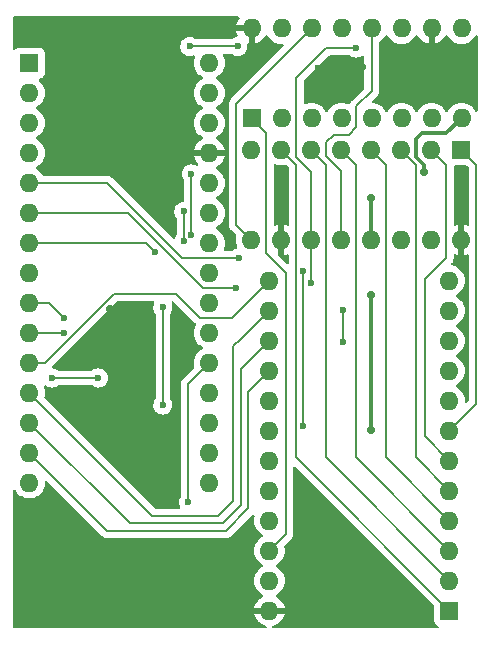
<source format=gbr>
%TF.GenerationSoftware,KiCad,Pcbnew,6.0.4+dfsg-1~bpo11+1*%
%TF.CreationDate,2022-04-07T01:30:11+04:30*%
%TF.ProjectId,EEPROM_Arduino_Programmer,45455052-4f4d-45f4-9172-6475696e6f5f,rev?*%
%TF.SameCoordinates,Original*%
%TF.FileFunction,Copper,L1,Top*%
%TF.FilePolarity,Positive*%
%FSLAX46Y46*%
G04 Gerber Fmt 4.6, Leading zero omitted, Abs format (unit mm)*
G04 Created by KiCad (PCBNEW 6.0.4+dfsg-1~bpo11+1) date 2022-04-07 01:30:11*
%MOMM*%
%LPD*%
G01*
G04 APERTURE LIST*
%TA.AperFunction,ComponentPad*%
%ADD10R,1.600000X1.600000*%
%TD*%
%TA.AperFunction,ComponentPad*%
%ADD11O,1.600000X1.600000*%
%TD*%
%TA.AperFunction,ViaPad*%
%ADD12C,0.700000*%
%TD*%
%TA.AperFunction,ViaPad*%
%ADD13C,0.600000*%
%TD*%
%TA.AperFunction,Conductor*%
%ADD14C,0.300000*%
%TD*%
%TA.AperFunction,Conductor*%
%ADD15C,0.200000*%
%TD*%
G04 APERTURE END LIST*
D10*
%TO.P,Arduino Nano,1,D1/TX*%
%TO.N,unconnected-(A1-Pad1)*%
X148717000Y-63246000D03*
D11*
%TO.P,Arduino Nano,2,D0/RX*%
%TO.N,unconnected-(A1-Pad2)*%
X148717000Y-65786000D03*
%TO.P,Arduino Nano,3,~{RESET}*%
%TO.N,unconnected-(A1-Pad3)*%
X148717000Y-68326000D03*
%TO.P,Arduino Nano,4,GND*%
%TO.N,GND*%
X148717000Y-70866000D03*
%TO.P,Arduino Nano,5,D2*%
%TO.N,/clk*%
X148717000Y-73406000D03*
%TO.P,Arduino Nano,6,D3*%
%TO.N,/latch*%
X148717000Y-75946000D03*
%TO.P,Arduino Nano,7,D4*%
%TO.N,/data*%
X148717000Y-78486000D03*
%TO.P,Arduino Nano,8,D5*%
%TO.N,/D0*%
X148717000Y-81026000D03*
%TO.P,Arduino Nano,9,D6*%
%TO.N,/D1*%
X148717000Y-83566000D03*
%TO.P,Arduino Nano,10,D7*%
%TO.N,/D2*%
X148717000Y-86106000D03*
%TO.P,Arduino Nano,11,D8*%
%TO.N,/D3*%
X148717000Y-88646000D03*
%TO.P,Arduino Nano,12,D9*%
%TO.N,/D4*%
X148717000Y-91186000D03*
%TO.P,Arduino Nano,13,D10*%
%TO.N,/D5*%
X148717000Y-93726000D03*
%TO.P,Arduino Nano,14,D11*%
%TO.N,/D6*%
X148717000Y-96266000D03*
%TO.P,Arduino Nano,15,D12*%
%TO.N,/D7*%
X148717000Y-98806000D03*
%TO.P,Arduino Nano,16,D13*%
%TO.N,unconnected-(A1-Pad16)*%
X163957000Y-98806000D03*
%TO.P,Arduino Nano,17,3V3*%
%TO.N,unconnected-(A1-Pad17)*%
X163957000Y-96266000D03*
%TO.P,Arduino Nano,18,AREF*%
%TO.N,unconnected-(A1-Pad18)*%
X163957000Y-93726000D03*
%TO.P,Arduino Nano,19,A0*%
%TO.N,/~{OE}*%
X163957000Y-91186000D03*
%TO.P,Arduino Nano,20,A1*%
%TO.N,/~{WE}*%
X163957000Y-88646000D03*
%TO.P,Arduino Nano,21,A2*%
%TO.N,unconnected-(A1-Pad21)*%
X163957000Y-86106000D03*
%TO.P,Arduino Nano,22,A3*%
%TO.N,unconnected-(A1-Pad22)*%
X163957000Y-83566000D03*
%TO.P,Arduino Nano,23,A4*%
%TO.N,unconnected-(A1-Pad23)*%
X163957000Y-81026000D03*
%TO.P,Arduino Nano,24,A5*%
%TO.N,unconnected-(A1-Pad24)*%
X163957000Y-78486000D03*
%TO.P,Arduino Nano,25,A6*%
%TO.N,unconnected-(A1-Pad25)*%
X163957000Y-75946000D03*
%TO.P,Arduino Nano,26,A7*%
%TO.N,unconnected-(A1-Pad26)*%
X163957000Y-73406000D03*
%TO.P,Arduino Nano,27,+5V*%
%TO.N,VCC*%
X163957000Y-70866000D03*
%TO.P,Arduino Nano,28,~{RESET}*%
%TO.N,unconnected-(A1-Pad28)*%
X163957000Y-68326000D03*
%TO.P,Arduino Nano,29,GND*%
%TO.N,GND*%
X163957000Y-65786000D03*
%TO.P,Arduino Nano,30,VIN*%
%TO.N,unconnected-(A1-Pad30)*%
X163957000Y-63246000D03*
%TD*%
D10*
%TO.P,U3,1,A7*%
%TO.N,/A7*%
X184282000Y-109606000D03*
D11*
%TO.P,U3,2,A6*%
%TO.N,/A6*%
X184282000Y-107066000D03*
%TO.P,U3,3,A5*%
%TO.N,/A5*%
X184282000Y-104526000D03*
%TO.P,U3,4,A4*%
%TO.N,/A4*%
X184282000Y-101986000D03*
%TO.P,U3,5,A3*%
%TO.N,/A3*%
X184282000Y-99446000D03*
%TO.P,U3,6,A2*%
%TO.N,/A2*%
X184282000Y-96906000D03*
%TO.P,U3,7,A1*%
%TO.N,/A1*%
X184282000Y-94366000D03*
%TO.P,U3,8,A0*%
%TO.N,/A0*%
X184282000Y-91826000D03*
%TO.P,U3,9,I/O0*%
%TO.N,/D0*%
X184282000Y-89286000D03*
%TO.P,U3,10,I/O1*%
%TO.N,/D1*%
X184282000Y-86746000D03*
%TO.P,U3,11,I/O2*%
%TO.N,/D2*%
X184282000Y-84206000D03*
%TO.P,U3,12,GND*%
%TO.N,GND*%
X184282000Y-81666000D03*
%TO.P,U3,13,I/O3*%
%TO.N,/D3*%
X169042000Y-81666000D03*
%TO.P,U3,14,I/O4*%
%TO.N,/D4*%
X169042000Y-84206000D03*
%TO.P,U3,15,I/O5*%
%TO.N,/D5*%
X169042000Y-86746000D03*
%TO.P,U3,16,I/O6*%
%TO.N,/D6*%
X169042000Y-89286000D03*
%TO.P,U3,17*%
%TO.N,N/C*%
X169042000Y-91826000D03*
%TO.P,U3,18,~{CE}*%
%TO.N,GND*%
X169042000Y-94366000D03*
%TO.P,U3,19,A10*%
%TO.N,/A10*%
X169042000Y-96906000D03*
%TO.P,U3,20,~{OE}*%
%TO.N,/~{OE}*%
X169042000Y-99446000D03*
%TO.P,U3,21,~{WE}*%
%TO.N,/~{WE}*%
X169042000Y-101986000D03*
%TO.P,U3,22,A9*%
%TO.N,/A9*%
X169042000Y-104526000D03*
%TO.P,U3,23,A8*%
%TO.N,/A8*%
X169042000Y-107066000D03*
%TO.P,U3,24,VCC*%
%TO.N,VCC*%
X169042000Y-109606000D03*
%TD*%
D10*
%TO.P,U2,1,QB*%
%TO.N,/A9*%
X167528000Y-67935000D03*
D11*
%TO.P,U2,2,QC*%
%TO.N,/A10*%
X170068000Y-67935000D03*
%TO.P,U2,3,QD*%
%TO.N,unconnected-(U2-Pad3)*%
X172608000Y-67935000D03*
%TO.P,U2,4,QE*%
%TO.N,unconnected-(U2-Pad4)*%
X175148000Y-67935000D03*
%TO.P,U2,5,QF*%
%TO.N,unconnected-(U2-Pad5)*%
X177688000Y-67935000D03*
%TO.P,U2,6,QG*%
%TO.N,unconnected-(U2-Pad6)*%
X180228000Y-67935000D03*
%TO.P,U2,7,QH*%
%TO.N,unconnected-(U2-Pad7)*%
X182768000Y-67935000D03*
%TO.P,U2,8,GND*%
%TO.N,GND*%
X185308000Y-67935000D03*
%TO.P,U2,9,QH'*%
%TO.N,unconnected-(U2-Pad9)*%
X185308000Y-60315000D03*
%TO.P,U2,10,~{SRCLR}*%
%TO.N,VCC*%
X182768000Y-60315000D03*
%TO.P,U2,11,SRCLK*%
%TO.N,/latch*%
X180228000Y-60315000D03*
%TO.P,U2,12,RCLK*%
%TO.N,/clk*%
X177688000Y-60315000D03*
%TO.P,U2,13,~{OE}*%
%TO.N,GND*%
X175148000Y-60315000D03*
%TO.P,U2,14,SER*%
%TO.N,Net-(U1-Pad9)*%
X172608000Y-60315000D03*
%TO.P,U2,15,QA*%
%TO.N,/A8*%
X170068000Y-60315000D03*
%TO.P,U2,16,VCC*%
%TO.N,VCC*%
X167528000Y-60315000D03*
%TD*%
D10*
%TO.P,U1,1,QB*%
%TO.N,/A1*%
X185293000Y-70612000D03*
D11*
%TO.P,U1,2,QC*%
%TO.N,/A2*%
X182753000Y-70612000D03*
%TO.P,U1,3,QD*%
%TO.N,/A3*%
X180213000Y-70612000D03*
%TO.P,U1,4,QE*%
%TO.N,/A4*%
X177673000Y-70612000D03*
%TO.P,U1,5,QF*%
%TO.N,/A5*%
X175133000Y-70612000D03*
%TO.P,U1,6,QG*%
%TO.N,/A6*%
X172593000Y-70612000D03*
%TO.P,U1,7,QH*%
%TO.N,/A7*%
X170053000Y-70612000D03*
%TO.P,U1,8,GND*%
%TO.N,GND*%
X167513000Y-70612000D03*
%TO.P,U1,9,QH'*%
%TO.N,Net-(U1-Pad9)*%
X167513000Y-78232000D03*
%TO.P,U1,10,~{SRCLR}*%
%TO.N,VCC*%
X170053000Y-78232000D03*
%TO.P,U1,11,SRCLK*%
%TO.N,/latch*%
X172593000Y-78232000D03*
%TO.P,U1,12,RCLK*%
%TO.N,/clk*%
X175133000Y-78232000D03*
%TO.P,U1,13,~{OE}*%
%TO.N,GND*%
X177673000Y-78232000D03*
%TO.P,U1,14,SER*%
%TO.N,/data*%
X180213000Y-78232000D03*
%TO.P,U1,15,QA*%
%TO.N,/A0*%
X182753000Y-78232000D03*
%TO.P,U1,16,VCC*%
%TO.N,VCC*%
X185293000Y-78232000D03*
%TD*%
D12*
%TO.N,GND*%
X177673000Y-74676000D03*
X177673000Y-94361000D03*
X177673000Y-82931000D03*
X182132500Y-72517000D03*
D13*
%TO.N,/clk*%
X166497000Y-79756000D03*
%TO.N,/latch*%
X172593000Y-81915000D03*
X176403000Y-61976000D03*
X166243000Y-82296000D03*
%TO.N,/data*%
X159385000Y-79248000D03*
%TO.N,/D0*%
X154559000Y-89916000D03*
X150622000Y-89916000D03*
%TO.N,/D1*%
X151638000Y-84836000D03*
%TO.N,/D2*%
X175260000Y-86868000D03*
X175260000Y-84201000D03*
X151638000Y-86106000D03*
%TO.N,/~{WE}*%
X162179000Y-100457000D03*
D12*
%TO.N,VCC*%
X155575000Y-84074000D03*
X168402000Y-62865000D03*
D13*
X173115767Y-63641767D03*
D12*
X155829000Y-91313000D03*
D13*
X155829000Y-103759000D03*
D12*
X155575000Y-66294000D03*
X170053000Y-74676000D03*
X176911000Y-63627000D03*
D13*
%TO.N,/A10*%
X171922500Y-93980000D03*
X162433000Y-72644000D03*
X171922500Y-80899000D03*
X162433000Y-77851000D03*
%TO.N,/A8*%
X160020000Y-92202000D03*
X160020000Y-83947000D03*
X161798000Y-75819000D03*
X166370000Y-61849000D03*
X161798000Y-78359000D03*
X162306000Y-61849000D03*
%TD*%
D14*
%TO.N,GND*%
X177673000Y-82931000D02*
X177673000Y-94361000D01*
X182132500Y-71895783D02*
X182132500Y-72517000D01*
X177673000Y-78232000D02*
X177673000Y-74676000D01*
X181483000Y-71246282D02*
X182132500Y-71895783D01*
X181483000Y-69723000D02*
X181483000Y-71246282D01*
X184028000Y-69215000D02*
X181991000Y-69215000D01*
X185308000Y-67935000D02*
X184028000Y-69215000D01*
X181991000Y-69215000D02*
X181483000Y-69723000D01*
D15*
%TO.N,/clk*%
X175133000Y-72390000D02*
X175133000Y-78232000D01*
X177688000Y-60315000D02*
X177688000Y-65644000D01*
X173863000Y-71120000D02*
X175133000Y-72390000D01*
X175768000Y-69342000D02*
X174498000Y-69342000D01*
X155321000Y-73406000D02*
X161671000Y-79756000D01*
X177688000Y-65644000D02*
X176403000Y-66929000D01*
X174498000Y-69342000D02*
X173863000Y-69977000D01*
X148717000Y-73406000D02*
X155321000Y-73406000D01*
X161671000Y-79756000D02*
X166497000Y-79756000D01*
X176403000Y-66929000D02*
X176403000Y-68707000D01*
X176403000Y-68707000D02*
X175768000Y-69342000D01*
X173863000Y-69977000D02*
X173863000Y-71120000D01*
%TO.N,/latch*%
X157099000Y-75946000D02*
X163449000Y-82296000D01*
X171323000Y-71247000D02*
X171323000Y-64516000D01*
X172593000Y-72517000D02*
X171323000Y-71247000D01*
X172593000Y-78232000D02*
X172593000Y-72517000D01*
X163449000Y-82296000D02*
X166243000Y-82296000D01*
X148717000Y-75946000D02*
X157099000Y-75946000D01*
X172593000Y-78232000D02*
X172593000Y-81915000D01*
X171323000Y-64516000D02*
X173863000Y-61976000D01*
X173863000Y-61976000D02*
X176403000Y-61976000D01*
%TO.N,/data*%
X158623000Y-78486000D02*
X148717000Y-78486000D01*
X159385000Y-79248000D02*
X158623000Y-78486000D01*
%TO.N,/D0*%
X150622000Y-89916000D02*
X154559000Y-89916000D01*
%TO.N,/D1*%
X150368000Y-83566000D02*
X148717000Y-83566000D01*
X151638000Y-84836000D02*
X150368000Y-83566000D01*
%TO.N,/D2*%
X151638000Y-86106000D02*
X148717000Y-86106000D01*
X175260000Y-84328000D02*
X175260000Y-84201000D01*
X175260000Y-86868000D02*
X175260000Y-84328000D01*
%TO.N,/D3*%
X155892500Y-82804000D02*
X161163000Y-82804000D01*
X163195000Y-84836000D02*
X165872000Y-84836000D01*
X165872000Y-84836000D02*
X169042000Y-81666000D01*
X150050500Y-88646000D02*
X155892500Y-82804000D01*
X148717000Y-88646000D02*
X150050500Y-88646000D01*
X161163000Y-82804000D02*
X163195000Y-84836000D01*
%TO.N,/D4*%
X166624000Y-86614000D02*
X166634000Y-86614000D01*
X164719000Y-101600000D02*
X165989000Y-100330000D01*
X166634000Y-86614000D02*
X169042000Y-84206000D01*
X165989000Y-100330000D02*
X165989000Y-87249000D01*
X165989000Y-87249000D02*
X166624000Y-86614000D01*
X148717000Y-91186000D02*
X159131000Y-101600000D01*
X159131000Y-101600000D02*
X164719000Y-101600000D01*
%TO.N,/D5*%
X166624000Y-89164000D02*
X166624000Y-100711000D01*
X169042000Y-86746000D02*
X166624000Y-89164000D01*
X157226000Y-102235000D02*
X148717000Y-93726000D01*
X166624000Y-100711000D02*
X165100000Y-102235000D01*
X165100000Y-102235000D02*
X157226000Y-102235000D01*
%TO.N,/D6*%
X155321000Y-102870000D02*
X165354000Y-102870000D01*
X148717000Y-96266000D02*
X155321000Y-102870000D01*
X167259000Y-91069000D02*
X169042000Y-89286000D01*
X165354000Y-102870000D02*
X167259000Y-100965000D01*
X167259000Y-100965000D02*
X167259000Y-91069000D01*
%TO.N,/~{WE}*%
X162179000Y-90424000D02*
X162179000Y-100457000D01*
X163957000Y-88646000D02*
X162179000Y-90424000D01*
D14*
%TO.N,VCC*%
X176896233Y-63641767D02*
X176911000Y-63627000D01*
X155575000Y-91059000D02*
X155575000Y-84074000D01*
X170053000Y-78232000D02*
X170053000Y-74676000D01*
X173115767Y-63641767D02*
X176896233Y-63641767D01*
X155829000Y-91313000D02*
X155575000Y-91059000D01*
D15*
%TO.N,/A1*%
X186563000Y-71882000D02*
X186563000Y-92085000D01*
X185293000Y-70612000D02*
X186563000Y-71882000D01*
X186563000Y-92085000D02*
X184282000Y-94366000D01*
%TO.N,/A2*%
X182245000Y-94869000D02*
X184282000Y-96906000D01*
X184023000Y-79756000D02*
X182245000Y-81534000D01*
X182245000Y-81534000D02*
X182245000Y-94869000D01*
X182753000Y-70612000D02*
X184023000Y-71882000D01*
X184023000Y-71882000D02*
X184023000Y-79756000D01*
%TO.N,/A3*%
X181483000Y-96647000D02*
X184282000Y-99446000D01*
X180213000Y-70612000D02*
X181483000Y-71882000D01*
X181483000Y-71882000D02*
X181483000Y-96647000D01*
%TO.N,/A4*%
X178943000Y-96647000D02*
X178943000Y-71882000D01*
X184282000Y-101986000D02*
X178943000Y-96647000D01*
X178943000Y-71882000D02*
X177673000Y-70612000D01*
%TO.N,/A5*%
X175133000Y-70612000D02*
X176403000Y-71882000D01*
X176403000Y-96647000D02*
X184282000Y-104526000D01*
X176403000Y-71882000D02*
X176403000Y-96647000D01*
%TO.N,/A6*%
X173863000Y-96647000D02*
X184282000Y-107066000D01*
X173863000Y-71882000D02*
X173863000Y-96647000D01*
X172593000Y-70612000D02*
X173863000Y-71882000D01*
%TO.N,/A7*%
X171323000Y-96647000D02*
X171323000Y-71882000D01*
X184282000Y-109606000D02*
X171323000Y-96647000D01*
X171323000Y-71882000D02*
X170053000Y-70612000D01*
%TO.N,Net-(U1-Pad9)*%
X172608000Y-60315000D02*
X166243000Y-66680000D01*
X166243000Y-76962000D02*
X167513000Y-78232000D01*
X166243000Y-66680000D02*
X166243000Y-76962000D01*
%TO.N,/A9*%
X170434000Y-81026000D02*
X170434000Y-103134000D01*
X168783000Y-69190000D02*
X168783000Y-79375000D01*
X167528000Y-67935000D02*
X168783000Y-69190000D01*
X168783000Y-79375000D02*
X170434000Y-81026000D01*
X170434000Y-103134000D02*
X169042000Y-104526000D01*
%TO.N,/A10*%
X162433000Y-77851000D02*
X162433000Y-72644000D01*
X171922500Y-93980000D02*
X171922500Y-80899000D01*
%TO.N,/A8*%
X166370000Y-61849000D02*
X162306000Y-61849000D01*
X160020000Y-83947000D02*
X160020000Y-92202000D01*
X161798000Y-75819000D02*
X161798000Y-78359000D01*
%TD*%
%TA.AperFunction,Conductor*%
%TO.N,VCC*%
G36*
X171251012Y-97436015D02*
G01*
X171257595Y-97442144D01*
X182936595Y-109121144D01*
X182970621Y-109183456D01*
X182973500Y-109210239D01*
X182973500Y-110454134D01*
X182980255Y-110516316D01*
X183031385Y-110652705D01*
X183118739Y-110769261D01*
X183235295Y-110856615D01*
X183243703Y-110859767D01*
X183299056Y-110880518D01*
X183355820Y-110923160D01*
X183380520Y-110989721D01*
X183365313Y-111059070D01*
X183315027Y-111109188D01*
X183254826Y-111124500D01*
X169385671Y-111124500D01*
X169317550Y-111104498D01*
X169271057Y-111050842D01*
X169260953Y-110980568D01*
X169290447Y-110915988D01*
X169353060Y-110876793D01*
X169485761Y-110841236D01*
X169496053Y-110837490D01*
X169693511Y-110745414D01*
X169703007Y-110739931D01*
X169881467Y-110614972D01*
X169889875Y-110607916D01*
X170043916Y-110453875D01*
X170050972Y-110445467D01*
X170175931Y-110267007D01*
X170181414Y-110257511D01*
X170273490Y-110060053D01*
X170277236Y-110049761D01*
X170323394Y-109877497D01*
X170323058Y-109863401D01*
X170315116Y-109860000D01*
X167774033Y-109860000D01*
X167760502Y-109863973D01*
X167759273Y-109872522D01*
X167806764Y-110049761D01*
X167810510Y-110060053D01*
X167902586Y-110257511D01*
X167908069Y-110267007D01*
X168033028Y-110445467D01*
X168040084Y-110453875D01*
X168194125Y-110607916D01*
X168202533Y-110614972D01*
X168380993Y-110739931D01*
X168390489Y-110745414D01*
X168587947Y-110837490D01*
X168598239Y-110841236D01*
X168730940Y-110876793D01*
X168791563Y-110913745D01*
X168822584Y-110977605D01*
X168814156Y-111048100D01*
X168768953Y-111102847D01*
X168698329Y-111124500D01*
X147446500Y-111124500D01*
X147378379Y-111104498D01*
X147331886Y-111050842D01*
X147320500Y-110998500D01*
X147320500Y-99475721D01*
X147340502Y-99407600D01*
X147394158Y-99361107D01*
X147464432Y-99351003D01*
X147529012Y-99380497D01*
X147560695Y-99422471D01*
X147577151Y-99457762D01*
X147577154Y-99457767D01*
X147579477Y-99462749D01*
X147652902Y-99567611D01*
X147702864Y-99638963D01*
X147710802Y-99650300D01*
X147872700Y-99812198D01*
X147877208Y-99815355D01*
X147877211Y-99815357D01*
X147955389Y-99870098D01*
X148060251Y-99943523D01*
X148065233Y-99945846D01*
X148065238Y-99945849D01*
X148231658Y-100023451D01*
X148267757Y-100040284D01*
X148273065Y-100041706D01*
X148273067Y-100041707D01*
X148483598Y-100098119D01*
X148483600Y-100098119D01*
X148488913Y-100099543D01*
X148717000Y-100119498D01*
X148945087Y-100099543D01*
X148950400Y-100098119D01*
X148950402Y-100098119D01*
X149160933Y-100041707D01*
X149160935Y-100041706D01*
X149166243Y-100040284D01*
X149202342Y-100023451D01*
X149368762Y-99945849D01*
X149368767Y-99945846D01*
X149373749Y-99943523D01*
X149478611Y-99870098D01*
X149556789Y-99815357D01*
X149556792Y-99815355D01*
X149561300Y-99812198D01*
X149723198Y-99650300D01*
X149731137Y-99638963D01*
X149781098Y-99567611D01*
X149854523Y-99462749D01*
X149856846Y-99457767D01*
X149856849Y-99457762D01*
X149948961Y-99260225D01*
X149948961Y-99260224D01*
X149951284Y-99255243D01*
X150010543Y-99034087D01*
X150030498Y-98806000D01*
X150030019Y-98800525D01*
X150030019Y-98800514D01*
X150025584Y-98749825D01*
X150039572Y-98680220D01*
X150088971Y-98629228D01*
X150158097Y-98613037D01*
X150225003Y-98636789D01*
X150240199Y-98649748D01*
X154856685Y-103266234D01*
X154867552Y-103278625D01*
X154887013Y-103303987D01*
X154893563Y-103309013D01*
X154918925Y-103328474D01*
X154918928Y-103328477D01*
X154988318Y-103381722D01*
X155007570Y-103396495D01*
X155007572Y-103396496D01*
X155014125Y-103401524D01*
X155162150Y-103462838D01*
X155281115Y-103478500D01*
X155281120Y-103478500D01*
X155281129Y-103478501D01*
X155312812Y-103482672D01*
X155321000Y-103483750D01*
X155352693Y-103479578D01*
X155369136Y-103478500D01*
X165305864Y-103478500D01*
X165322307Y-103479578D01*
X165354000Y-103483750D01*
X165362189Y-103482672D01*
X165393874Y-103478501D01*
X165393884Y-103478500D01*
X165393885Y-103478500D01*
X165393901Y-103478498D01*
X165493457Y-103465391D01*
X165504664Y-103463916D01*
X165504666Y-103463915D01*
X165512851Y-103462838D01*
X165660876Y-103401524D01*
X165680911Y-103386151D01*
X165756072Y-103328477D01*
X165756075Y-103328474D01*
X165760656Y-103324959D01*
X165787987Y-103303987D01*
X165802816Y-103284662D01*
X165807452Y-103278621D01*
X165818319Y-103266230D01*
X167570346Y-101514203D01*
X167632658Y-101480177D01*
X167703473Y-101485242D01*
X167760309Y-101527789D01*
X167785120Y-101594309D01*
X167781148Y-101635909D01*
X167748457Y-101757913D01*
X167728502Y-101986000D01*
X167748457Y-102214087D01*
X167749881Y-102219400D01*
X167749881Y-102219402D01*
X167751273Y-102224595D01*
X167807716Y-102435243D01*
X167810039Y-102440224D01*
X167810039Y-102440225D01*
X167902151Y-102637762D01*
X167902154Y-102637767D01*
X167904477Y-102642749D01*
X168035802Y-102830300D01*
X168197700Y-102992198D01*
X168202208Y-102995355D01*
X168202211Y-102995357D01*
X168280389Y-103050098D01*
X168385251Y-103123523D01*
X168390233Y-103125846D01*
X168390238Y-103125849D01*
X168424457Y-103141805D01*
X168477742Y-103188722D01*
X168497203Y-103256999D01*
X168476661Y-103324959D01*
X168424457Y-103370195D01*
X168390238Y-103386151D01*
X168390233Y-103386154D01*
X168385251Y-103388477D01*
X168362104Y-103404685D01*
X168202211Y-103516643D01*
X168202208Y-103516645D01*
X168197700Y-103519802D01*
X168035802Y-103681700D01*
X167904477Y-103869251D01*
X167902154Y-103874233D01*
X167902151Y-103874238D01*
X167810039Y-104071775D01*
X167807716Y-104076757D01*
X167806294Y-104082065D01*
X167806293Y-104082067D01*
X167791950Y-104135597D01*
X167748457Y-104297913D01*
X167728502Y-104526000D01*
X167748457Y-104754087D01*
X167807716Y-104975243D01*
X167810039Y-104980224D01*
X167810039Y-104980225D01*
X167902151Y-105177762D01*
X167902154Y-105177767D01*
X167904477Y-105182749D01*
X168035802Y-105370300D01*
X168197700Y-105532198D01*
X168202208Y-105535355D01*
X168202211Y-105535357D01*
X168280389Y-105590098D01*
X168385251Y-105663523D01*
X168390233Y-105665846D01*
X168390238Y-105665849D01*
X168424457Y-105681805D01*
X168477742Y-105728722D01*
X168497203Y-105796999D01*
X168476661Y-105864959D01*
X168424457Y-105910195D01*
X168390238Y-105926151D01*
X168390233Y-105926154D01*
X168385251Y-105928477D01*
X168280389Y-106001902D01*
X168202211Y-106056643D01*
X168202208Y-106056645D01*
X168197700Y-106059802D01*
X168035802Y-106221700D01*
X167904477Y-106409251D01*
X167902154Y-106414233D01*
X167902151Y-106414238D01*
X167810039Y-106611775D01*
X167807716Y-106616757D01*
X167806294Y-106622065D01*
X167806293Y-106622067D01*
X167791759Y-106676308D01*
X167748457Y-106837913D01*
X167728502Y-107066000D01*
X167748457Y-107294087D01*
X167807716Y-107515243D01*
X167810039Y-107520224D01*
X167810039Y-107520225D01*
X167902151Y-107717762D01*
X167902154Y-107717767D01*
X167904477Y-107722749D01*
X168035802Y-107910300D01*
X168197700Y-108072198D01*
X168202208Y-108075355D01*
X168202211Y-108075357D01*
X168216711Y-108085510D01*
X168385251Y-108203523D01*
X168390233Y-108205846D01*
X168390238Y-108205849D01*
X168425049Y-108222081D01*
X168478334Y-108268998D01*
X168497795Y-108337275D01*
X168477253Y-108405235D01*
X168425049Y-108450471D01*
X168390489Y-108466586D01*
X168380993Y-108472069D01*
X168202533Y-108597028D01*
X168194125Y-108604084D01*
X168040084Y-108758125D01*
X168033028Y-108766533D01*
X167908069Y-108944993D01*
X167902586Y-108954489D01*
X167810510Y-109151947D01*
X167806764Y-109162239D01*
X167760606Y-109334503D01*
X167760942Y-109348599D01*
X167768884Y-109352000D01*
X170309967Y-109352000D01*
X170323498Y-109348027D01*
X170324727Y-109339478D01*
X170277236Y-109162239D01*
X170273490Y-109151947D01*
X170181414Y-108954489D01*
X170175931Y-108944993D01*
X170050972Y-108766533D01*
X170043916Y-108758125D01*
X169889875Y-108604084D01*
X169881467Y-108597028D01*
X169703007Y-108472069D01*
X169693511Y-108466586D01*
X169658951Y-108450471D01*
X169605666Y-108403554D01*
X169586205Y-108335277D01*
X169606747Y-108267317D01*
X169658951Y-108222081D01*
X169693762Y-108205849D01*
X169693767Y-108205846D01*
X169698749Y-108203523D01*
X169867289Y-108085510D01*
X169881789Y-108075357D01*
X169881792Y-108075355D01*
X169886300Y-108072198D01*
X170048198Y-107910300D01*
X170179523Y-107722749D01*
X170181846Y-107717767D01*
X170181849Y-107717762D01*
X170273961Y-107520225D01*
X170273961Y-107520224D01*
X170276284Y-107515243D01*
X170335543Y-107294087D01*
X170355498Y-107066000D01*
X170335543Y-106837913D01*
X170292241Y-106676308D01*
X170277707Y-106622067D01*
X170277706Y-106622065D01*
X170276284Y-106616757D01*
X170273961Y-106611775D01*
X170181849Y-106414238D01*
X170181846Y-106414233D01*
X170179523Y-106409251D01*
X170048198Y-106221700D01*
X169886300Y-106059802D01*
X169881792Y-106056645D01*
X169881789Y-106056643D01*
X169803611Y-106001902D01*
X169698749Y-105928477D01*
X169693767Y-105926154D01*
X169693762Y-105926151D01*
X169659543Y-105910195D01*
X169606258Y-105863278D01*
X169586797Y-105795001D01*
X169607339Y-105727041D01*
X169659543Y-105681805D01*
X169693762Y-105665849D01*
X169693767Y-105665846D01*
X169698749Y-105663523D01*
X169803611Y-105590098D01*
X169881789Y-105535357D01*
X169881792Y-105535355D01*
X169886300Y-105532198D01*
X170048198Y-105370300D01*
X170179523Y-105182749D01*
X170181846Y-105177767D01*
X170181849Y-105177762D01*
X170273961Y-104980225D01*
X170273961Y-104980224D01*
X170276284Y-104975243D01*
X170335543Y-104754087D01*
X170355498Y-104526000D01*
X170335543Y-104297913D01*
X170311069Y-104206574D01*
X170312759Y-104135597D01*
X170343681Y-104084868D01*
X170830234Y-103598315D01*
X170842625Y-103587448D01*
X170861437Y-103573013D01*
X170867987Y-103567987D01*
X170892474Y-103536075D01*
X170892477Y-103536072D01*
X170965523Y-103440876D01*
X170965524Y-103440875D01*
X170980515Y-103404685D01*
X171023678Y-103300479D01*
X171026838Y-103292850D01*
X171042500Y-103173885D01*
X171042500Y-103173878D01*
X171047750Y-103134000D01*
X171043578Y-103102307D01*
X171042500Y-103085864D01*
X171042500Y-97531239D01*
X171062502Y-97463118D01*
X171116158Y-97416625D01*
X171186432Y-97406521D01*
X171251012Y-97436015D01*
G37*
%TD.AperFunction*%
%TA.AperFunction,Conductor*%
G36*
X159242763Y-83432502D02*
G01*
X159289256Y-83486158D01*
X159299360Y-83556432D01*
X159290480Y-83584963D01*
X159291235Y-83585238D01*
X159262153Y-83665141D01*
X159229197Y-83755685D01*
X159206463Y-83935640D01*
X159224163Y-84116160D01*
X159281418Y-84288273D01*
X159285065Y-84294295D01*
X159285066Y-84294297D01*
X159371730Y-84437398D01*
X159371733Y-84437401D01*
X159375380Y-84443424D01*
X159380275Y-84448492D01*
X159384571Y-84454071D01*
X159382243Y-84455864D01*
X159409071Y-84507115D01*
X159411500Y-84531734D01*
X159411500Y-91617164D01*
X159391498Y-91685285D01*
X159390188Y-91687090D01*
X159389493Y-91687771D01*
X159387894Y-91690253D01*
X159387892Y-91690255D01*
X159379934Y-91702603D01*
X159291235Y-91840238D01*
X159288826Y-91846858D01*
X159288824Y-91846861D01*
X159275971Y-91882175D01*
X159229197Y-92010685D01*
X159206463Y-92190640D01*
X159224163Y-92371160D01*
X159281418Y-92543273D01*
X159285065Y-92549295D01*
X159285066Y-92549297D01*
X159371232Y-92691574D01*
X159375380Y-92698424D01*
X159380269Y-92703487D01*
X159380270Y-92703488D01*
X159457121Y-92783068D01*
X159501382Y-92828902D01*
X159653159Y-92928222D01*
X159659763Y-92930678D01*
X159659765Y-92930679D01*
X159816558Y-92988990D01*
X159816560Y-92988990D01*
X159823168Y-92991448D01*
X159906995Y-93002633D01*
X159995980Y-93014507D01*
X159995984Y-93014507D01*
X160002961Y-93015438D01*
X160009972Y-93014800D01*
X160009976Y-93014800D01*
X160152459Y-93001832D01*
X160183600Y-92998998D01*
X160190302Y-92996820D01*
X160190304Y-92996820D01*
X160349409Y-92945124D01*
X160349412Y-92945123D01*
X160356108Y-92942947D01*
X160511912Y-92850069D01*
X160643266Y-92724982D01*
X160743643Y-92573902D01*
X160808055Y-92404338D01*
X160810486Y-92387041D01*
X160832748Y-92228639D01*
X160832748Y-92228636D01*
X160833299Y-92224717D01*
X160833616Y-92202000D01*
X160813397Y-92021745D01*
X160811080Y-92015091D01*
X160756064Y-91857106D01*
X160756062Y-91857103D01*
X160753745Y-91850448D01*
X160657626Y-91696624D01*
X160655215Y-91694196D01*
X160629117Y-91629716D01*
X160628500Y-91617263D01*
X160628500Y-84530248D01*
X160649552Y-84460521D01*
X160680329Y-84414197D01*
X160743643Y-84318902D01*
X160808055Y-84149338D01*
X160810793Y-84129854D01*
X160832748Y-83973639D01*
X160832748Y-83973636D01*
X160833299Y-83969717D01*
X160833616Y-83947000D01*
X160813397Y-83766745D01*
X160809546Y-83755685D01*
X160753745Y-83595448D01*
X160755933Y-83594686D01*
X160746296Y-83535431D01*
X160774594Y-83470318D01*
X160833603Y-83430840D01*
X160904588Y-83429532D01*
X160960418Y-83461967D01*
X162730680Y-85232229D01*
X162741545Y-85244617D01*
X162761013Y-85269987D01*
X162767559Y-85275010D01*
X162767562Y-85275013D01*
X162785969Y-85289137D01*
X162827837Y-85346475D01*
X162832059Y-85417346D01*
X162819545Y-85449154D01*
X162819477Y-85449251D01*
X162722716Y-85656757D01*
X162663457Y-85877913D01*
X162643502Y-86106000D01*
X162663457Y-86334087D01*
X162722716Y-86555243D01*
X162725039Y-86560224D01*
X162725039Y-86560225D01*
X162817151Y-86757762D01*
X162817154Y-86757767D01*
X162819477Y-86762749D01*
X162856073Y-86815013D01*
X162940489Y-86935571D01*
X162950802Y-86950300D01*
X163112700Y-87112198D01*
X163117208Y-87115355D01*
X163117211Y-87115357D01*
X163147268Y-87136403D01*
X163300251Y-87243523D01*
X163305233Y-87245846D01*
X163305238Y-87245849D01*
X163339457Y-87261805D01*
X163392742Y-87308722D01*
X163412203Y-87376999D01*
X163391661Y-87444959D01*
X163339457Y-87490195D01*
X163305238Y-87506151D01*
X163305233Y-87506154D01*
X163300251Y-87508477D01*
X163195389Y-87581902D01*
X163117211Y-87636643D01*
X163117208Y-87636645D01*
X163112700Y-87639802D01*
X162950802Y-87801700D01*
X162819477Y-87989251D01*
X162817154Y-87994233D01*
X162817151Y-87994238D01*
X162753754Y-88130195D01*
X162722716Y-88196757D01*
X162721294Y-88202065D01*
X162721293Y-88202067D01*
X162664881Y-88412598D01*
X162663457Y-88417913D01*
X162643502Y-88646000D01*
X162663457Y-88874087D01*
X162664881Y-88879400D01*
X162664881Y-88879402D01*
X162687931Y-88965426D01*
X162686241Y-89036403D01*
X162655319Y-89087132D01*
X161782766Y-89959685D01*
X161770375Y-89970552D01*
X161745013Y-89990013D01*
X161720526Y-90021925D01*
X161720523Y-90021928D01*
X161647476Y-90117124D01*
X161586162Y-90265149D01*
X161586162Y-90265150D01*
X161584414Y-90278426D01*
X161583114Y-90288301D01*
X161570500Y-90384115D01*
X161570500Y-90384120D01*
X161565250Y-90424000D01*
X161566450Y-90433111D01*
X161569422Y-90455690D01*
X161570500Y-90472136D01*
X161570500Y-99872164D01*
X161550498Y-99940285D01*
X161549188Y-99942090D01*
X161548493Y-99942771D01*
X161546894Y-99945253D01*
X161546892Y-99945255D01*
X161538934Y-99957603D01*
X161450235Y-100095238D01*
X161447826Y-100101858D01*
X161447824Y-100101861D01*
X161441579Y-100119019D01*
X161388197Y-100265685D01*
X161365463Y-100445640D01*
X161383163Y-100626160D01*
X161440418Y-100798273D01*
X161444066Y-100804297D01*
X161447022Y-100810694D01*
X161444661Y-100811785D01*
X161459783Y-100868839D01*
X161437982Y-100936406D01*
X161383113Y-100981461D01*
X161333827Y-100991500D01*
X159435239Y-100991500D01*
X159367118Y-100971498D01*
X159346144Y-100954595D01*
X150018681Y-91627132D01*
X149984655Y-91564820D01*
X149986069Y-91505426D01*
X150009119Y-91419402D01*
X150009119Y-91419400D01*
X150010543Y-91414087D01*
X150030498Y-91186000D01*
X150010543Y-90957913D01*
X149951284Y-90736757D01*
X149941333Y-90715417D01*
X149930672Y-90645225D01*
X149959652Y-90580413D01*
X150019072Y-90541556D01*
X150090066Y-90540993D01*
X150124521Y-90556735D01*
X150226210Y-90623278D01*
X150255159Y-90642222D01*
X150261763Y-90644678D01*
X150261765Y-90644679D01*
X150418558Y-90702990D01*
X150418560Y-90702990D01*
X150425168Y-90705448D01*
X150499881Y-90715417D01*
X150597980Y-90728507D01*
X150597984Y-90728507D01*
X150604961Y-90729438D01*
X150611972Y-90728800D01*
X150611976Y-90728800D01*
X150754459Y-90715832D01*
X150785600Y-90712998D01*
X150792302Y-90710820D01*
X150792304Y-90710820D01*
X150951409Y-90659124D01*
X150951412Y-90659123D01*
X150958108Y-90656947D01*
X151113912Y-90564069D01*
X151119013Y-90559212D01*
X151124626Y-90554951D01*
X151125385Y-90555952D01*
X151182090Y-90526762D01*
X151205860Y-90524500D01*
X153974699Y-90524500D01*
X154043692Y-90545068D01*
X154163210Y-90623278D01*
X154192159Y-90642222D01*
X154198763Y-90644678D01*
X154198765Y-90644679D01*
X154355558Y-90702990D01*
X154355560Y-90702990D01*
X154362168Y-90705448D01*
X154436881Y-90715417D01*
X154534980Y-90728507D01*
X154534984Y-90728507D01*
X154541961Y-90729438D01*
X154548972Y-90728800D01*
X154548976Y-90728800D01*
X154691459Y-90715832D01*
X154722600Y-90712998D01*
X154729302Y-90710820D01*
X154729304Y-90710820D01*
X154888409Y-90659124D01*
X154888412Y-90659123D01*
X154895108Y-90656947D01*
X155041753Y-90569529D01*
X155044860Y-90567677D01*
X155044862Y-90567676D01*
X155050912Y-90564069D01*
X155182266Y-90438982D01*
X155282643Y-90287902D01*
X155347055Y-90118338D01*
X155359443Y-90030195D01*
X155371748Y-89942639D01*
X155371748Y-89942636D01*
X155372299Y-89938717D01*
X155372616Y-89916000D01*
X155352397Y-89735745D01*
X155349398Y-89727132D01*
X155295064Y-89571106D01*
X155295062Y-89571103D01*
X155292745Y-89564448D01*
X155196626Y-89410624D01*
X155165365Y-89379144D01*
X155073778Y-89286915D01*
X155073774Y-89286912D01*
X155068815Y-89281918D01*
X155057697Y-89274862D01*
X154986729Y-89229825D01*
X154915666Y-89184727D01*
X154824783Y-89152365D01*
X154751425Y-89126243D01*
X154751420Y-89126242D01*
X154744790Y-89123881D01*
X154737802Y-89123048D01*
X154737799Y-89123047D01*
X154614698Y-89108368D01*
X154564680Y-89102404D01*
X154557677Y-89103140D01*
X154557676Y-89103140D01*
X154391288Y-89120628D01*
X154391286Y-89120629D01*
X154384288Y-89121364D01*
X154212579Y-89179818D01*
X154058088Y-89274862D01*
X154053054Y-89279791D01*
X154051776Y-89280790D01*
X153985782Y-89306967D01*
X153974204Y-89307500D01*
X151206751Y-89307500D01*
X151138630Y-89287498D01*
X151134157Y-89284276D01*
X151131815Y-89281918D01*
X151120697Y-89274862D01*
X151049729Y-89229825D01*
X150978666Y-89184727D01*
X150887783Y-89152365D01*
X150814425Y-89126243D01*
X150814420Y-89126242D01*
X150807790Y-89123881D01*
X150754602Y-89117539D01*
X150730740Y-89114693D01*
X150665467Y-89086765D01*
X150625655Y-89027982D01*
X150623943Y-88957006D01*
X150656565Y-88900484D01*
X156107644Y-83449405D01*
X156169956Y-83415379D01*
X156196739Y-83412500D01*
X159174642Y-83412500D01*
X159242763Y-83432502D01*
G37*
%TD.AperFunction*%
%TA.AperFunction,Conductor*%
G36*
X185756882Y-71940502D02*
G01*
X185777856Y-71957405D01*
X185917595Y-72097144D01*
X185951621Y-72159456D01*
X185954500Y-72186239D01*
X185954500Y-76899464D01*
X185934498Y-76967585D01*
X185880842Y-77014078D01*
X185810568Y-77024182D01*
X185775249Y-77013658D01*
X185747058Y-77000512D01*
X185736761Y-76996764D01*
X185564497Y-76950606D01*
X185550401Y-76950942D01*
X185547000Y-76958884D01*
X185547000Y-79499967D01*
X185550973Y-79513498D01*
X185559522Y-79514727D01*
X185736761Y-79467236D01*
X185747058Y-79463488D01*
X185775249Y-79450342D01*
X185845441Y-79439680D01*
X185910254Y-79468659D01*
X185949110Y-79528079D01*
X185954500Y-79564536D01*
X185954500Y-91780761D01*
X185934498Y-91848882D01*
X185917595Y-91869856D01*
X185805199Y-91982252D01*
X185742887Y-92016278D01*
X185672072Y-92011213D01*
X185615236Y-91968666D01*
X185590425Y-91902146D01*
X185590584Y-91882175D01*
X185595019Y-91831486D01*
X185595019Y-91831475D01*
X185595498Y-91826000D01*
X185575543Y-91597913D01*
X185516284Y-91376757D01*
X185470305Y-91278154D01*
X185421849Y-91174238D01*
X185421846Y-91174233D01*
X185419523Y-91169251D01*
X185288198Y-90981700D01*
X185126300Y-90819802D01*
X185121792Y-90816645D01*
X185121789Y-90816643D01*
X185007700Y-90736757D01*
X184938749Y-90688477D01*
X184933767Y-90686154D01*
X184933762Y-90686151D01*
X184899543Y-90670195D01*
X184846258Y-90623278D01*
X184826797Y-90555001D01*
X184847339Y-90487041D01*
X184899543Y-90441805D01*
X184933762Y-90425849D01*
X184933767Y-90425846D01*
X184938749Y-90423523D01*
X185055604Y-90341700D01*
X185121789Y-90295357D01*
X185121792Y-90295355D01*
X185126300Y-90292198D01*
X185288198Y-90130300D01*
X185292082Y-90124754D01*
X185358292Y-90030195D01*
X185419523Y-89942749D01*
X185421846Y-89937767D01*
X185421849Y-89937762D01*
X185513961Y-89740225D01*
X185513961Y-89740224D01*
X185516284Y-89735243D01*
X185517933Y-89729091D01*
X185574119Y-89519402D01*
X185574119Y-89519400D01*
X185575543Y-89514087D01*
X185595498Y-89286000D01*
X185575543Y-89057913D01*
X185572907Y-89048074D01*
X185517707Y-88842067D01*
X185517706Y-88842065D01*
X185516284Y-88836757D01*
X185470305Y-88738154D01*
X185421849Y-88634238D01*
X185421846Y-88634233D01*
X185419523Y-88629251D01*
X185288198Y-88441700D01*
X185126300Y-88279802D01*
X185121792Y-88276645D01*
X185121789Y-88276643D01*
X185007700Y-88196757D01*
X184938749Y-88148477D01*
X184933767Y-88146154D01*
X184933762Y-88146151D01*
X184899543Y-88130195D01*
X184846258Y-88083278D01*
X184826797Y-88015001D01*
X184847339Y-87947041D01*
X184899543Y-87901805D01*
X184933762Y-87885849D01*
X184933767Y-87885846D01*
X184938749Y-87883523D01*
X185055604Y-87801700D01*
X185121789Y-87755357D01*
X185121792Y-87755355D01*
X185126300Y-87752198D01*
X185288198Y-87590300D01*
X185314149Y-87553239D01*
X185368573Y-87475513D01*
X185419523Y-87402749D01*
X185421846Y-87397767D01*
X185421849Y-87397762D01*
X185513961Y-87200225D01*
X185513961Y-87200224D01*
X185516284Y-87195243D01*
X185518458Y-87187132D01*
X185574119Y-86979402D01*
X185574119Y-86979400D01*
X185575543Y-86974087D01*
X185595498Y-86746000D01*
X185575543Y-86517913D01*
X185526287Y-86334087D01*
X185517707Y-86302067D01*
X185517706Y-86302065D01*
X185516284Y-86296757D01*
X185470305Y-86198154D01*
X185421849Y-86094238D01*
X185421846Y-86094233D01*
X185419523Y-86089251D01*
X185288198Y-85901700D01*
X185126300Y-85739802D01*
X185121792Y-85736645D01*
X185121789Y-85736643D01*
X185007700Y-85656757D01*
X184938749Y-85608477D01*
X184933767Y-85606154D01*
X184933762Y-85606151D01*
X184899543Y-85590195D01*
X184846258Y-85543278D01*
X184826797Y-85475001D01*
X184847339Y-85407041D01*
X184899543Y-85361805D01*
X184933762Y-85345849D01*
X184933767Y-85345846D01*
X184938749Y-85343523D01*
X185053118Y-85263441D01*
X185121789Y-85215357D01*
X185121792Y-85215355D01*
X185126300Y-85212198D01*
X185288198Y-85050300D01*
X185319806Y-85005160D01*
X185416366Y-84867257D01*
X185419523Y-84862749D01*
X185421846Y-84857767D01*
X185421849Y-84857762D01*
X185513961Y-84660225D01*
X185513961Y-84660224D01*
X185516284Y-84655243D01*
X185517933Y-84649091D01*
X185574119Y-84439402D01*
X185574119Y-84439400D01*
X185575543Y-84434087D01*
X185595498Y-84206000D01*
X185575543Y-83977913D01*
X185572286Y-83965757D01*
X185517707Y-83762067D01*
X185517706Y-83762065D01*
X185516284Y-83756757D01*
X185470305Y-83658154D01*
X185421849Y-83554238D01*
X185421846Y-83554233D01*
X185419523Y-83549251D01*
X185337774Y-83432502D01*
X185291357Y-83366211D01*
X185291355Y-83366208D01*
X185288198Y-83361700D01*
X185126300Y-83199802D01*
X185121792Y-83196645D01*
X185121789Y-83196643D01*
X185038842Y-83138563D01*
X184938749Y-83068477D01*
X184933767Y-83066154D01*
X184933762Y-83066151D01*
X184899543Y-83050195D01*
X184846258Y-83003278D01*
X184826797Y-82935001D01*
X184847339Y-82867041D01*
X184899543Y-82821805D01*
X184933762Y-82805849D01*
X184933767Y-82805846D01*
X184938749Y-82803523D01*
X185055604Y-82721700D01*
X185121789Y-82675357D01*
X185121792Y-82675355D01*
X185126300Y-82672198D01*
X185288198Y-82510300D01*
X185298564Y-82495497D01*
X185359993Y-82407766D01*
X185419523Y-82322749D01*
X185421846Y-82317767D01*
X185421849Y-82317762D01*
X185513961Y-82120225D01*
X185513961Y-82120224D01*
X185516284Y-82115243D01*
X185517933Y-82109091D01*
X185574119Y-81899402D01*
X185574119Y-81899400D01*
X185575543Y-81894087D01*
X185595498Y-81666000D01*
X185575543Y-81437913D01*
X185516284Y-81216757D01*
X185513961Y-81211775D01*
X185421849Y-81014238D01*
X185421846Y-81014233D01*
X185419523Y-81009251D01*
X185288198Y-80821700D01*
X185126300Y-80659802D01*
X185121792Y-80656645D01*
X185121789Y-80656643D01*
X185007700Y-80576757D01*
X184938749Y-80528477D01*
X184933767Y-80526154D01*
X184933762Y-80526151D01*
X184736225Y-80434039D01*
X184736224Y-80434039D01*
X184731243Y-80431716D01*
X184725935Y-80430294D01*
X184725933Y-80430293D01*
X184532054Y-80378343D01*
X184471431Y-80341391D01*
X184440410Y-80277530D01*
X184448838Y-80207036D01*
X184464699Y-80179937D01*
X184481474Y-80158075D01*
X184481478Y-80158071D01*
X184554524Y-80062876D01*
X184615838Y-79914851D01*
X184636751Y-79756000D01*
X184632578Y-79724301D01*
X184631500Y-79707856D01*
X184631500Y-79564536D01*
X184651502Y-79496415D01*
X184705158Y-79449922D01*
X184775432Y-79439818D01*
X184810751Y-79450342D01*
X184838942Y-79463488D01*
X184849239Y-79467236D01*
X185021503Y-79513394D01*
X185035599Y-79513058D01*
X185039000Y-79505116D01*
X185039000Y-76964033D01*
X185035027Y-76950502D01*
X185026478Y-76949273D01*
X184849239Y-76996764D01*
X184838942Y-77000512D01*
X184810751Y-77013658D01*
X184740559Y-77024320D01*
X184675746Y-76995341D01*
X184636890Y-76935921D01*
X184631500Y-76899464D01*
X184631500Y-72046500D01*
X184651502Y-71978379D01*
X184705158Y-71931886D01*
X184757500Y-71920500D01*
X185688761Y-71920500D01*
X185756882Y-71940502D01*
G37*
%TD.AperFunction*%
%TA.AperFunction,Conductor*%
G36*
X169570749Y-71830893D02*
G01*
X169598770Y-71843959D01*
X169598775Y-71843961D01*
X169603757Y-71846284D01*
X169609065Y-71847706D01*
X169609067Y-71847707D01*
X169819598Y-71904119D01*
X169819600Y-71904119D01*
X169824913Y-71905543D01*
X170053000Y-71925498D01*
X170281087Y-71905543D01*
X170286400Y-71904119D01*
X170286402Y-71904119D01*
X170372426Y-71881069D01*
X170443403Y-71882759D01*
X170494132Y-71913681D01*
X170677595Y-72097144D01*
X170711621Y-72159456D01*
X170714500Y-72186239D01*
X170714500Y-76899464D01*
X170694498Y-76967585D01*
X170640842Y-77014078D01*
X170570568Y-77024182D01*
X170535249Y-77013658D01*
X170507058Y-77000512D01*
X170496761Y-76996764D01*
X170324497Y-76950606D01*
X170310401Y-76950942D01*
X170307000Y-76958884D01*
X170307000Y-79499967D01*
X170310973Y-79513498D01*
X170319522Y-79514727D01*
X170496761Y-79467236D01*
X170507058Y-79463488D01*
X170535249Y-79450342D01*
X170605441Y-79439680D01*
X170670254Y-79468659D01*
X170709110Y-79528079D01*
X170714500Y-79564536D01*
X170714500Y-80141761D01*
X170694498Y-80209882D01*
X170640842Y-80256375D01*
X170570568Y-80266479D01*
X170505988Y-80236985D01*
X170499405Y-80230856D01*
X169835905Y-79567356D01*
X169801879Y-79505044D01*
X169799000Y-79478261D01*
X169799000Y-76964033D01*
X169795027Y-76950502D01*
X169786478Y-76949273D01*
X169609239Y-76996764D01*
X169598942Y-77000512D01*
X169570751Y-77013658D01*
X169500559Y-77024320D01*
X169435746Y-76995341D01*
X169396890Y-76935921D01*
X169391500Y-76899464D01*
X169391500Y-71945088D01*
X169411502Y-71876967D01*
X169465158Y-71830474D01*
X169535432Y-71820370D01*
X169570749Y-71830893D01*
G37*
%TD.AperFunction*%
%TA.AperFunction,Conductor*%
G36*
X166461363Y-59329502D02*
G01*
X166507856Y-59383158D01*
X166517960Y-59453432D01*
X166496455Y-59507771D01*
X166394069Y-59653993D01*
X166388586Y-59663489D01*
X166296510Y-59860947D01*
X166292764Y-59871239D01*
X166246606Y-60043503D01*
X166246942Y-60057599D01*
X166254884Y-60061000D01*
X167656000Y-60061000D01*
X167724121Y-60081002D01*
X167770614Y-60134658D01*
X167782000Y-60187000D01*
X167782000Y-61582967D01*
X167785973Y-61596498D01*
X167794522Y-61597727D01*
X167971761Y-61550236D01*
X167982053Y-61546490D01*
X168179511Y-61454414D01*
X168189007Y-61448931D01*
X168367467Y-61323972D01*
X168375875Y-61316916D01*
X168529916Y-61162875D01*
X168536972Y-61154467D01*
X168661931Y-60976007D01*
X168667414Y-60966511D01*
X168683529Y-60931951D01*
X168730446Y-60878666D01*
X168798723Y-60859205D01*
X168866683Y-60879747D01*
X168911919Y-60931951D01*
X168928151Y-60966762D01*
X168928153Y-60966765D01*
X168930477Y-60971749D01*
X168988325Y-61054364D01*
X169055245Y-61149935D01*
X169061802Y-61159300D01*
X169223700Y-61321198D01*
X169228208Y-61324355D01*
X169228211Y-61324357D01*
X169262781Y-61348563D01*
X169411251Y-61452523D01*
X169416233Y-61454846D01*
X169416238Y-61454849D01*
X169550651Y-61517526D01*
X169618757Y-61549284D01*
X169624065Y-61550706D01*
X169624067Y-61550707D01*
X169834598Y-61607119D01*
X169834600Y-61607119D01*
X169839913Y-61608543D01*
X170068000Y-61628498D01*
X170073475Y-61628019D01*
X170073486Y-61628019D01*
X170124175Y-61623584D01*
X170193780Y-61637572D01*
X170244772Y-61686971D01*
X170260963Y-61756097D01*
X170237211Y-61823003D01*
X170224252Y-61838199D01*
X165846766Y-66215685D01*
X165834375Y-66226552D01*
X165809013Y-66246013D01*
X165784526Y-66277925D01*
X165784523Y-66277928D01*
X165784517Y-66277936D01*
X165736044Y-66341107D01*
X165711476Y-66373124D01*
X165666994Y-66480513D01*
X165650162Y-66521150D01*
X165634500Y-66640115D01*
X165634500Y-66640120D01*
X165629250Y-66680000D01*
X165633083Y-66709112D01*
X165633422Y-66711690D01*
X165634500Y-66728136D01*
X165634500Y-76913864D01*
X165633422Y-76930307D01*
X165629250Y-76962000D01*
X165630328Y-76970189D01*
X165633952Y-76997716D01*
X165634500Y-77001880D01*
X165634500Y-77001885D01*
X165642004Y-77058881D01*
X165650162Y-77120851D01*
X165711476Y-77268876D01*
X165716503Y-77275427D01*
X165716504Y-77275429D01*
X165784520Y-77364069D01*
X165784526Y-77364075D01*
X165809013Y-77395987D01*
X165815568Y-77401017D01*
X165834379Y-77415452D01*
X165846770Y-77426319D01*
X166211319Y-77790868D01*
X166245345Y-77853180D01*
X166243931Y-77912574D01*
X166220881Y-77998598D01*
X166219457Y-78003913D01*
X166199502Y-78232000D01*
X166219457Y-78460087D01*
X166220881Y-78465400D01*
X166220881Y-78465402D01*
X166264638Y-78628702D01*
X166278716Y-78681243D01*
X166338065Y-78808519D01*
X166348726Y-78878709D01*
X166319746Y-78943521D01*
X166264475Y-78981045D01*
X166150579Y-79019818D01*
X165996088Y-79114862D01*
X165991054Y-79119791D01*
X165989776Y-79120790D01*
X165923782Y-79146967D01*
X165912204Y-79147500D01*
X165290088Y-79147500D01*
X165221967Y-79127498D01*
X165175474Y-79073842D01*
X165165370Y-79003568D01*
X165175893Y-78968251D01*
X165188959Y-78940230D01*
X165188961Y-78940225D01*
X165191284Y-78935243D01*
X165205556Y-78881982D01*
X165249119Y-78719402D01*
X165249119Y-78719400D01*
X165250543Y-78714087D01*
X165270498Y-78486000D01*
X165250543Y-78257913D01*
X165211241Y-78111237D01*
X165192707Y-78042067D01*
X165192706Y-78042065D01*
X165191284Y-78036757D01*
X165107695Y-77857498D01*
X165096849Y-77834238D01*
X165096846Y-77834233D01*
X165094523Y-77829251D01*
X164963198Y-77641700D01*
X164801300Y-77479802D01*
X164796792Y-77476645D01*
X164796789Y-77476643D01*
X164718611Y-77421902D01*
X164613749Y-77348477D01*
X164608767Y-77346154D01*
X164608762Y-77346151D01*
X164574543Y-77330195D01*
X164521258Y-77283278D01*
X164501797Y-77215001D01*
X164522339Y-77147041D01*
X164574543Y-77101805D01*
X164608762Y-77085849D01*
X164608767Y-77085846D01*
X164613749Y-77083523D01*
X164759083Y-76981759D01*
X164796789Y-76955357D01*
X164796792Y-76955355D01*
X164801300Y-76952198D01*
X164963198Y-76790300D01*
X165094523Y-76602749D01*
X165096846Y-76597767D01*
X165096849Y-76597762D01*
X165188961Y-76400225D01*
X165188961Y-76400224D01*
X165191284Y-76395243D01*
X165202650Y-76352827D01*
X165249119Y-76179402D01*
X165249119Y-76179400D01*
X165250543Y-76174087D01*
X165270498Y-75946000D01*
X165250543Y-75717913D01*
X165191284Y-75496757D01*
X165188961Y-75491775D01*
X165096849Y-75294238D01*
X165096846Y-75294233D01*
X165094523Y-75289251D01*
X165021098Y-75184389D01*
X164966357Y-75106211D01*
X164966355Y-75106208D01*
X164963198Y-75101700D01*
X164801300Y-74939802D01*
X164796792Y-74936645D01*
X164796789Y-74936643D01*
X164706631Y-74873514D01*
X164613749Y-74808477D01*
X164608767Y-74806154D01*
X164608762Y-74806151D01*
X164574543Y-74790195D01*
X164521258Y-74743278D01*
X164501797Y-74675001D01*
X164522339Y-74607041D01*
X164574543Y-74561805D01*
X164608762Y-74545849D01*
X164608767Y-74545846D01*
X164613749Y-74543523D01*
X164718611Y-74470098D01*
X164796789Y-74415357D01*
X164796792Y-74415355D01*
X164801300Y-74412198D01*
X164963198Y-74250300D01*
X165094523Y-74062749D01*
X165096846Y-74057767D01*
X165096849Y-74057762D01*
X165188961Y-73860225D01*
X165188961Y-73860224D01*
X165191284Y-73855243D01*
X165250543Y-73634087D01*
X165270498Y-73406000D01*
X165250543Y-73177913D01*
X165245342Y-73158504D01*
X165192707Y-72962067D01*
X165192706Y-72962065D01*
X165191284Y-72956757D01*
X165152615Y-72873830D01*
X165096849Y-72754238D01*
X165096846Y-72754233D01*
X165094523Y-72749251D01*
X164963198Y-72561700D01*
X164801300Y-72399802D01*
X164796792Y-72396645D01*
X164796789Y-72396643D01*
X164642860Y-72288861D01*
X164613749Y-72268477D01*
X164608767Y-72266154D01*
X164608762Y-72266151D01*
X164573951Y-72249919D01*
X164520666Y-72203002D01*
X164501205Y-72134725D01*
X164521747Y-72066765D01*
X164573951Y-72021529D01*
X164608511Y-72005414D01*
X164618007Y-71999931D01*
X164796467Y-71874972D01*
X164804875Y-71867916D01*
X164958916Y-71713875D01*
X164965972Y-71705467D01*
X165090931Y-71527007D01*
X165096414Y-71517511D01*
X165188490Y-71320053D01*
X165192236Y-71309761D01*
X165238394Y-71137497D01*
X165238058Y-71123401D01*
X165230116Y-71120000D01*
X162689033Y-71120000D01*
X162675502Y-71123973D01*
X162674273Y-71132522D01*
X162721764Y-71309761D01*
X162725510Y-71320053D01*
X162817586Y-71517511D01*
X162823069Y-71527007D01*
X162948028Y-71705467D01*
X162955084Y-71713875D01*
X162979613Y-71738404D01*
X163013639Y-71800716D01*
X163008574Y-71871531D01*
X162966027Y-71928367D01*
X162899507Y-71953178D01*
X162830133Y-71938087D01*
X162823004Y-71933884D01*
X162795620Y-71916505D01*
X162795617Y-71916503D01*
X162789666Y-71912727D01*
X162705506Y-71882759D01*
X162625425Y-71854243D01*
X162625420Y-71854242D01*
X162618790Y-71851881D01*
X162611802Y-71851048D01*
X162611799Y-71851047D01*
X162488698Y-71836368D01*
X162438680Y-71830404D01*
X162431677Y-71831140D01*
X162431676Y-71831140D01*
X162265288Y-71848628D01*
X162265286Y-71848629D01*
X162258288Y-71849364D01*
X162086579Y-71907818D01*
X162048044Y-71931525D01*
X161938095Y-71999166D01*
X161938092Y-71999168D01*
X161932088Y-72002862D01*
X161927053Y-72007793D01*
X161927050Y-72007795D01*
X161832604Y-72100284D01*
X161802493Y-72129771D01*
X161704235Y-72282238D01*
X161701826Y-72288858D01*
X161701824Y-72288861D01*
X161650498Y-72429878D01*
X161642197Y-72452685D01*
X161619463Y-72632640D01*
X161637163Y-72813160D01*
X161694418Y-72985273D01*
X161698065Y-72991295D01*
X161698066Y-72991297D01*
X161784730Y-73134398D01*
X161784733Y-73134401D01*
X161788380Y-73140424D01*
X161793275Y-73145492D01*
X161797571Y-73151071D01*
X161795243Y-73152864D01*
X161822071Y-73204115D01*
X161824500Y-73228734D01*
X161824500Y-74889765D01*
X161804498Y-74957886D01*
X161750842Y-75004379D01*
X161711672Y-75015074D01*
X161656722Y-75020850D01*
X161630289Y-75023628D01*
X161630288Y-75023628D01*
X161623288Y-75024364D01*
X161451579Y-75082818D01*
X161389109Y-75121250D01*
X161303095Y-75174166D01*
X161303092Y-75174168D01*
X161297088Y-75177862D01*
X161292053Y-75182793D01*
X161292050Y-75182795D01*
X161217774Y-75255532D01*
X161167493Y-75304771D01*
X161069235Y-75457238D01*
X161007197Y-75627685D01*
X160984463Y-75807640D01*
X161002163Y-75988160D01*
X161059418Y-76160273D01*
X161063065Y-76166295D01*
X161063066Y-76166297D01*
X161149730Y-76309398D01*
X161149733Y-76309401D01*
X161153380Y-76315424D01*
X161158275Y-76320492D01*
X161162571Y-76326071D01*
X161160243Y-76327864D01*
X161187071Y-76379115D01*
X161189500Y-76403734D01*
X161189500Y-77774164D01*
X161169498Y-77842285D01*
X161168188Y-77844090D01*
X161167493Y-77844771D01*
X161165894Y-77847253D01*
X161165892Y-77847255D01*
X161117198Y-77922814D01*
X161069235Y-77997238D01*
X161066826Y-78003858D01*
X161066825Y-78003859D01*
X161057773Y-78028729D01*
X161015677Y-78085900D01*
X160949355Y-78111237D01*
X160879864Y-78096695D01*
X160850277Y-78074728D01*
X155785315Y-73009766D01*
X155774448Y-72997375D01*
X155760013Y-72978563D01*
X155754987Y-72972013D01*
X155723075Y-72947526D01*
X155723072Y-72947523D01*
X155627876Y-72874476D01*
X155479851Y-72813162D01*
X155471664Y-72812084D01*
X155471663Y-72812084D01*
X155460458Y-72810609D01*
X155426595Y-72806151D01*
X155360885Y-72797500D01*
X155360882Y-72797500D01*
X155360874Y-72797499D01*
X155329189Y-72793328D01*
X155321000Y-72792250D01*
X155289307Y-72796422D01*
X155272864Y-72797500D01*
X149953899Y-72797500D01*
X149885778Y-72777498D01*
X149850686Y-72743771D01*
X149726357Y-72566211D01*
X149726355Y-72566208D01*
X149723198Y-72561700D01*
X149561300Y-72399802D01*
X149556792Y-72396645D01*
X149556789Y-72396643D01*
X149402860Y-72288861D01*
X149373749Y-72268477D01*
X149368767Y-72266154D01*
X149368762Y-72266151D01*
X149334543Y-72250195D01*
X149281258Y-72203278D01*
X149261797Y-72135001D01*
X149282339Y-72067041D01*
X149334543Y-72021805D01*
X149368762Y-72005849D01*
X149368767Y-72005846D01*
X149373749Y-72003523D01*
X149510430Y-71907818D01*
X149556789Y-71875357D01*
X149556792Y-71875355D01*
X149561300Y-71872198D01*
X149723198Y-71710300D01*
X149854523Y-71522749D01*
X149856846Y-71517767D01*
X149856849Y-71517762D01*
X149948961Y-71320225D01*
X149948961Y-71320224D01*
X149951284Y-71315243D01*
X150010543Y-71094087D01*
X150030498Y-70866000D01*
X150010543Y-70637913D01*
X149951284Y-70416757D01*
X149856966Y-70214489D01*
X149856849Y-70214238D01*
X149856846Y-70214233D01*
X149854523Y-70209251D01*
X149723198Y-70021700D01*
X149561300Y-69859802D01*
X149556792Y-69856645D01*
X149556789Y-69856643D01*
X149429765Y-69767700D01*
X149373749Y-69728477D01*
X149368767Y-69726154D01*
X149368762Y-69726151D01*
X149334543Y-69710195D01*
X149281258Y-69663278D01*
X149261797Y-69595001D01*
X149282339Y-69527041D01*
X149334543Y-69481805D01*
X149368762Y-69465849D01*
X149368767Y-69465846D01*
X149373749Y-69463523D01*
X149485703Y-69385132D01*
X149556789Y-69335357D01*
X149556792Y-69335355D01*
X149561300Y-69332198D01*
X149723198Y-69170300D01*
X149726578Y-69165474D01*
X149807846Y-69049410D01*
X149854523Y-68982749D01*
X149856846Y-68977767D01*
X149856849Y-68977762D01*
X149948961Y-68780225D01*
X149948961Y-68780224D01*
X149951284Y-68775243D01*
X149963097Y-68731159D01*
X150009119Y-68559402D01*
X150009119Y-68559400D01*
X150010543Y-68554087D01*
X150030498Y-68326000D01*
X150010543Y-68097913D01*
X149951284Y-67876757D01*
X149872085Y-67706913D01*
X149856849Y-67674238D01*
X149856846Y-67674233D01*
X149854523Y-67669251D01*
X149723198Y-67481700D01*
X149561300Y-67319802D01*
X149556792Y-67316645D01*
X149556789Y-67316643D01*
X149437494Y-67233112D01*
X149373749Y-67188477D01*
X149368767Y-67186154D01*
X149368762Y-67186151D01*
X149334543Y-67170195D01*
X149281258Y-67123278D01*
X149261797Y-67055001D01*
X149282339Y-66987041D01*
X149334543Y-66941805D01*
X149368762Y-66925849D01*
X149368767Y-66925846D01*
X149373749Y-66923523D01*
X149534010Y-66811307D01*
X149556789Y-66795357D01*
X149556792Y-66795355D01*
X149561300Y-66792198D01*
X149723198Y-66630300D01*
X149729359Y-66621502D01*
X149799626Y-66521150D01*
X149854523Y-66442749D01*
X149856846Y-66437767D01*
X149856849Y-66437762D01*
X149948961Y-66240225D01*
X149948961Y-66240224D01*
X149951284Y-66235243D01*
X149954960Y-66221526D01*
X150009119Y-66019402D01*
X150009119Y-66019400D01*
X150010543Y-66014087D01*
X150030498Y-65786000D01*
X150010543Y-65557913D01*
X149951284Y-65336757D01*
X149872457Y-65167710D01*
X149856849Y-65134238D01*
X149856846Y-65134233D01*
X149854523Y-65129251D01*
X149723198Y-64941700D01*
X149561300Y-64779802D01*
X149556789Y-64776643D01*
X149552576Y-64773108D01*
X149553527Y-64771974D01*
X149513529Y-64721929D01*
X149506224Y-64651310D01*
X149538258Y-64587951D01*
X149599462Y-64551970D01*
X149616517Y-64548918D01*
X149627316Y-64547745D01*
X149763705Y-64496615D01*
X149880261Y-64409261D01*
X149967615Y-64292705D01*
X150018745Y-64156316D01*
X150025500Y-64094134D01*
X150025500Y-62397866D01*
X150018745Y-62335684D01*
X149967615Y-62199295D01*
X149880261Y-62082739D01*
X149763705Y-61995385D01*
X149627316Y-61944255D01*
X149565134Y-61937500D01*
X147868866Y-61937500D01*
X147806684Y-61944255D01*
X147670295Y-61995385D01*
X147553739Y-62082739D01*
X147548359Y-62089918D01*
X147547327Y-62091295D01*
X147545959Y-62092318D01*
X147542008Y-62096269D01*
X147541438Y-62095699D01*
X147490468Y-62133811D01*
X147419649Y-62138837D01*
X147357356Y-62104778D01*
X147323365Y-62042447D01*
X147320500Y-62015731D01*
X147320500Y-61837640D01*
X161492463Y-61837640D01*
X161510163Y-62018160D01*
X161567418Y-62190273D01*
X161571065Y-62196295D01*
X161571066Y-62196297D01*
X161581978Y-62214314D01*
X161661380Y-62345424D01*
X161666269Y-62350487D01*
X161666270Y-62350488D01*
X161712023Y-62397866D01*
X161787382Y-62475902D01*
X161939159Y-62575222D01*
X161945763Y-62577678D01*
X161945765Y-62577679D01*
X162102558Y-62635990D01*
X162102560Y-62635990D01*
X162109168Y-62638448D01*
X162192995Y-62649633D01*
X162281980Y-62661507D01*
X162281984Y-62661507D01*
X162288961Y-62662438D01*
X162295972Y-62661800D01*
X162295976Y-62661800D01*
X162438459Y-62648832D01*
X162469600Y-62645998D01*
X162476302Y-62643820D01*
X162476304Y-62643820D01*
X162526214Y-62627603D01*
X162575171Y-62611696D01*
X162646137Y-62609668D01*
X162706935Y-62646331D01*
X162738261Y-62710043D01*
X162728302Y-62784776D01*
X162725041Y-62791769D01*
X162725039Y-62791775D01*
X162722716Y-62796757D01*
X162663457Y-63017913D01*
X162643502Y-63246000D01*
X162663457Y-63474087D01*
X162722716Y-63695243D01*
X162725039Y-63700224D01*
X162725039Y-63700225D01*
X162817151Y-63897762D01*
X162817154Y-63897767D01*
X162819477Y-63902749D01*
X162822634Y-63907257D01*
X162931373Y-64062552D01*
X162950802Y-64090300D01*
X163112700Y-64252198D01*
X163117208Y-64255355D01*
X163117211Y-64255357D01*
X163158542Y-64284297D01*
X163300251Y-64383523D01*
X163305233Y-64385846D01*
X163305238Y-64385849D01*
X163339457Y-64401805D01*
X163392742Y-64448722D01*
X163412203Y-64516999D01*
X163391661Y-64584959D01*
X163339457Y-64630195D01*
X163305238Y-64646151D01*
X163305233Y-64646154D01*
X163300251Y-64648477D01*
X163195389Y-64721902D01*
X163117211Y-64776643D01*
X163117208Y-64776645D01*
X163112700Y-64779802D01*
X162950802Y-64941700D01*
X162819477Y-65129251D01*
X162817154Y-65134233D01*
X162817151Y-65134238D01*
X162801543Y-65167710D01*
X162722716Y-65336757D01*
X162663457Y-65557913D01*
X162643502Y-65786000D01*
X162663457Y-66014087D01*
X162664881Y-66019400D01*
X162664881Y-66019402D01*
X162719041Y-66221526D01*
X162722716Y-66235243D01*
X162725039Y-66240224D01*
X162725039Y-66240225D01*
X162817151Y-66437762D01*
X162817154Y-66437767D01*
X162819477Y-66442749D01*
X162874374Y-66521150D01*
X162944642Y-66621502D01*
X162950802Y-66630300D01*
X163112700Y-66792198D01*
X163117208Y-66795355D01*
X163117211Y-66795357D01*
X163139990Y-66811307D01*
X163300251Y-66923523D01*
X163305233Y-66925846D01*
X163305238Y-66925849D01*
X163339457Y-66941805D01*
X163392742Y-66988722D01*
X163412203Y-67056999D01*
X163391661Y-67124959D01*
X163339457Y-67170195D01*
X163305238Y-67186151D01*
X163305233Y-67186154D01*
X163300251Y-67188477D01*
X163236506Y-67233112D01*
X163117211Y-67316643D01*
X163117208Y-67316645D01*
X163112700Y-67319802D01*
X162950802Y-67481700D01*
X162819477Y-67669251D01*
X162817154Y-67674233D01*
X162817151Y-67674238D01*
X162801915Y-67706913D01*
X162722716Y-67876757D01*
X162663457Y-68097913D01*
X162643502Y-68326000D01*
X162663457Y-68554087D01*
X162664881Y-68559400D01*
X162664881Y-68559402D01*
X162710904Y-68731159D01*
X162722716Y-68775243D01*
X162725039Y-68780224D01*
X162725039Y-68780225D01*
X162817151Y-68977762D01*
X162817154Y-68977767D01*
X162819477Y-68982749D01*
X162866154Y-69049410D01*
X162947423Y-69165474D01*
X162950802Y-69170300D01*
X163112700Y-69332198D01*
X163117208Y-69335355D01*
X163117211Y-69335357D01*
X163188297Y-69385132D01*
X163300251Y-69463523D01*
X163305233Y-69465846D01*
X163305238Y-69465849D01*
X163340049Y-69482081D01*
X163393334Y-69528998D01*
X163412795Y-69597275D01*
X163392253Y-69665235D01*
X163340049Y-69710471D01*
X163305489Y-69726586D01*
X163295993Y-69732069D01*
X163117533Y-69857028D01*
X163109125Y-69864084D01*
X162955084Y-70018125D01*
X162948028Y-70026533D01*
X162823069Y-70204993D01*
X162817586Y-70214489D01*
X162725510Y-70411947D01*
X162721764Y-70422239D01*
X162675606Y-70594503D01*
X162675942Y-70608599D01*
X162683884Y-70612000D01*
X165224967Y-70612000D01*
X165238498Y-70608027D01*
X165239727Y-70599478D01*
X165192236Y-70422239D01*
X165188490Y-70411947D01*
X165096414Y-70214489D01*
X165090931Y-70204993D01*
X164965972Y-70026533D01*
X164958916Y-70018125D01*
X164804875Y-69864084D01*
X164796467Y-69857028D01*
X164618007Y-69732069D01*
X164608511Y-69726586D01*
X164573951Y-69710471D01*
X164520666Y-69663554D01*
X164501205Y-69595277D01*
X164521747Y-69527317D01*
X164573951Y-69482081D01*
X164608762Y-69465849D01*
X164608767Y-69465846D01*
X164613749Y-69463523D01*
X164725703Y-69385132D01*
X164796789Y-69335357D01*
X164796792Y-69335355D01*
X164801300Y-69332198D01*
X164963198Y-69170300D01*
X164966578Y-69165474D01*
X165047846Y-69049410D01*
X165094523Y-68982749D01*
X165096846Y-68977767D01*
X165096849Y-68977762D01*
X165188961Y-68780225D01*
X165188961Y-68780224D01*
X165191284Y-68775243D01*
X165203097Y-68731159D01*
X165249119Y-68559402D01*
X165249119Y-68559400D01*
X165250543Y-68554087D01*
X165270498Y-68326000D01*
X165250543Y-68097913D01*
X165191284Y-67876757D01*
X165112085Y-67706913D01*
X165096849Y-67674238D01*
X165096846Y-67674233D01*
X165094523Y-67669251D01*
X164963198Y-67481700D01*
X164801300Y-67319802D01*
X164796792Y-67316645D01*
X164796789Y-67316643D01*
X164677494Y-67233112D01*
X164613749Y-67188477D01*
X164608767Y-67186154D01*
X164608762Y-67186151D01*
X164574543Y-67170195D01*
X164521258Y-67123278D01*
X164501797Y-67055001D01*
X164522339Y-66987041D01*
X164574543Y-66941805D01*
X164608762Y-66925849D01*
X164608767Y-66925846D01*
X164613749Y-66923523D01*
X164774010Y-66811307D01*
X164796789Y-66795357D01*
X164796792Y-66795355D01*
X164801300Y-66792198D01*
X164963198Y-66630300D01*
X164969359Y-66621502D01*
X165039626Y-66521150D01*
X165094523Y-66442749D01*
X165096846Y-66437767D01*
X165096849Y-66437762D01*
X165188961Y-66240225D01*
X165188961Y-66240224D01*
X165191284Y-66235243D01*
X165194960Y-66221526D01*
X165249119Y-66019402D01*
X165249119Y-66019400D01*
X165250543Y-66014087D01*
X165270498Y-65786000D01*
X165250543Y-65557913D01*
X165191284Y-65336757D01*
X165112457Y-65167710D01*
X165096849Y-65134238D01*
X165096846Y-65134233D01*
X165094523Y-65129251D01*
X164963198Y-64941700D01*
X164801300Y-64779802D01*
X164796792Y-64776645D01*
X164796789Y-64776643D01*
X164718611Y-64721902D01*
X164613749Y-64648477D01*
X164608767Y-64646154D01*
X164608762Y-64646151D01*
X164574543Y-64630195D01*
X164521258Y-64583278D01*
X164501797Y-64515001D01*
X164522339Y-64447041D01*
X164574543Y-64401805D01*
X164608762Y-64385849D01*
X164608767Y-64385846D01*
X164613749Y-64383523D01*
X164755458Y-64284297D01*
X164796789Y-64255357D01*
X164796792Y-64255355D01*
X164801300Y-64252198D01*
X164963198Y-64090300D01*
X164982628Y-64062552D01*
X165091366Y-63907257D01*
X165094523Y-63902749D01*
X165096846Y-63897767D01*
X165096849Y-63897762D01*
X165188961Y-63700225D01*
X165188961Y-63700224D01*
X165191284Y-63695243D01*
X165250543Y-63474087D01*
X165270498Y-63246000D01*
X165250543Y-63017913D01*
X165191284Y-62796757D01*
X165179190Y-62770820D01*
X165116672Y-62636750D01*
X165106011Y-62566558D01*
X165134991Y-62501745D01*
X165194411Y-62462889D01*
X165230867Y-62457500D01*
X165785699Y-62457500D01*
X165854692Y-62478068D01*
X166003159Y-62575222D01*
X166009763Y-62577678D01*
X166009765Y-62577679D01*
X166166558Y-62635990D01*
X166166560Y-62635990D01*
X166173168Y-62638448D01*
X166256995Y-62649633D01*
X166345980Y-62661507D01*
X166345984Y-62661507D01*
X166352961Y-62662438D01*
X166359972Y-62661800D01*
X166359976Y-62661800D01*
X166502459Y-62648832D01*
X166533600Y-62645998D01*
X166540302Y-62643820D01*
X166540304Y-62643820D01*
X166699409Y-62592124D01*
X166699412Y-62592123D01*
X166706108Y-62589947D01*
X166861912Y-62497069D01*
X166993266Y-62371982D01*
X167093643Y-62220902D01*
X167158055Y-62051338D01*
X167159305Y-62042447D01*
X167182748Y-61875639D01*
X167182748Y-61875636D01*
X167183299Y-61871717D01*
X167183616Y-61849000D01*
X167170888Y-61735531D01*
X167183172Y-61665606D01*
X167231311Y-61613421D01*
X167258148Y-61605648D01*
X167269898Y-61597695D01*
X167274000Y-61588116D01*
X167274000Y-60587115D01*
X167269525Y-60571876D01*
X167268135Y-60570671D01*
X167260452Y-60569000D01*
X166260033Y-60569000D01*
X166246502Y-60572973D01*
X166245273Y-60581522D01*
X166292764Y-60758761D01*
X166296510Y-60769053D01*
X166343954Y-60870797D01*
X166354615Y-60940989D01*
X166325635Y-61005802D01*
X166266215Y-61044658D01*
X166242932Y-61049356D01*
X166222177Y-61051538D01*
X166202288Y-61053628D01*
X166202286Y-61053629D01*
X166195288Y-61054364D01*
X166023579Y-61112818D01*
X165869088Y-61207862D01*
X165864054Y-61212791D01*
X165862776Y-61213790D01*
X165796782Y-61239967D01*
X165785204Y-61240500D01*
X162890751Y-61240500D01*
X162822630Y-61220498D01*
X162818157Y-61217276D01*
X162815815Y-61214918D01*
X162804697Y-61207862D01*
X162756538Y-61177300D01*
X162662666Y-61117727D01*
X162633463Y-61107328D01*
X162498425Y-61059243D01*
X162498420Y-61059242D01*
X162491790Y-61056881D01*
X162484802Y-61056048D01*
X162484799Y-61056047D01*
X162361698Y-61041368D01*
X162311680Y-61035404D01*
X162304677Y-61036140D01*
X162304676Y-61036140D01*
X162138288Y-61053628D01*
X162138286Y-61053629D01*
X162131288Y-61054364D01*
X161959579Y-61112818D01*
X161897109Y-61151250D01*
X161811095Y-61204166D01*
X161811092Y-61204168D01*
X161805088Y-61207862D01*
X161800053Y-61212793D01*
X161800050Y-61212795D01*
X161686264Y-61324223D01*
X161675493Y-61334771D01*
X161577235Y-61487238D01*
X161574826Y-61493858D01*
X161574824Y-61493861D01*
X161517606Y-61651066D01*
X161515197Y-61657685D01*
X161492463Y-61837640D01*
X147320500Y-61837640D01*
X147320500Y-59435500D01*
X147340502Y-59367379D01*
X147394158Y-59320886D01*
X147446500Y-59309500D01*
X166393242Y-59309500D01*
X166461363Y-59329502D01*
G37*
%TD.AperFunction*%
%TA.AperFunction,Conductor*%
G36*
X175887692Y-62605068D02*
G01*
X175975363Y-62662438D01*
X176036159Y-62702222D01*
X176042763Y-62704678D01*
X176042765Y-62704679D01*
X176199558Y-62762990D01*
X176199560Y-62762990D01*
X176206168Y-62765448D01*
X176289995Y-62776633D01*
X176378980Y-62788507D01*
X176378984Y-62788507D01*
X176385961Y-62789438D01*
X176392972Y-62788800D01*
X176392976Y-62788800D01*
X176535459Y-62775832D01*
X176566600Y-62772998D01*
X176573302Y-62770820D01*
X176573304Y-62770820D01*
X176732409Y-62719124D01*
X176732412Y-62719123D01*
X176739108Y-62716947D01*
X176888985Y-62627602D01*
X176957737Y-62609903D01*
X177025147Y-62632185D01*
X177069809Y-62687374D01*
X177079500Y-62735832D01*
X177079500Y-65339761D01*
X177059498Y-65407882D01*
X177042595Y-65428856D01*
X176006766Y-66464685D01*
X175994375Y-66475552D01*
X175969013Y-66495013D01*
X175944526Y-66526925D01*
X175944523Y-66526928D01*
X175925073Y-66552276D01*
X175880949Y-66609779D01*
X175871476Y-66622124D01*
X175850895Y-66671811D01*
X175850168Y-66673566D01*
X175805620Y-66728847D01*
X175738256Y-66751268D01*
X175680510Y-66739543D01*
X175602230Y-66703041D01*
X175602225Y-66703039D01*
X175597243Y-66700716D01*
X175591935Y-66699294D01*
X175591933Y-66699293D01*
X175381402Y-66642881D01*
X175381400Y-66642881D01*
X175376087Y-66641457D01*
X175148000Y-66621502D01*
X174919913Y-66641457D01*
X174914600Y-66642881D01*
X174914598Y-66642881D01*
X174704067Y-66699293D01*
X174704065Y-66699294D01*
X174698757Y-66700716D01*
X174693776Y-66703039D01*
X174693775Y-66703039D01*
X174496238Y-66795151D01*
X174496233Y-66795154D01*
X174491251Y-66797477D01*
X174471500Y-66811307D01*
X174308211Y-66925643D01*
X174308208Y-66925645D01*
X174303700Y-66928802D01*
X174141802Y-67090700D01*
X174138645Y-67095208D01*
X174138643Y-67095211D01*
X174108352Y-67138471D01*
X174010477Y-67278251D01*
X174008154Y-67283233D01*
X174008151Y-67283238D01*
X173992195Y-67317457D01*
X173945278Y-67370742D01*
X173877001Y-67390203D01*
X173809041Y-67369661D01*
X173763805Y-67317457D01*
X173747849Y-67283238D01*
X173747846Y-67283233D01*
X173745523Y-67278251D01*
X173647648Y-67138471D01*
X173617357Y-67095211D01*
X173617355Y-67095208D01*
X173614198Y-67090700D01*
X173452300Y-66928802D01*
X173447792Y-66925645D01*
X173447789Y-66925643D01*
X173284500Y-66811307D01*
X173264749Y-66797477D01*
X173259767Y-66795154D01*
X173259762Y-66795151D01*
X173062225Y-66703039D01*
X173062224Y-66703039D01*
X173057243Y-66700716D01*
X173051935Y-66699294D01*
X173051933Y-66699293D01*
X172841402Y-66642881D01*
X172841400Y-66642881D01*
X172836087Y-66641457D01*
X172608000Y-66621502D01*
X172379913Y-66641457D01*
X172374600Y-66642881D01*
X172374598Y-66642881D01*
X172164067Y-66699293D01*
X172164065Y-66699294D01*
X172158757Y-66700716D01*
X172153776Y-66703039D01*
X172153775Y-66703039D01*
X172139851Y-66709532D01*
X172117660Y-66719880D01*
X172110750Y-66723102D01*
X172040558Y-66733763D01*
X171975746Y-66704783D01*
X171936889Y-66645363D01*
X171931500Y-66608907D01*
X171931500Y-64820239D01*
X171951502Y-64752118D01*
X171968405Y-64731144D01*
X174078144Y-62621405D01*
X174140456Y-62587379D01*
X174167239Y-62584500D01*
X175818699Y-62584500D01*
X175887692Y-62605068D01*
G37*
%TD.AperFunction*%
%TA.AperFunction,Conductor*%
G36*
X182964121Y-60081002D02*
G01*
X183010614Y-60134658D01*
X183022000Y-60187000D01*
X183022000Y-61582967D01*
X183025973Y-61596498D01*
X183034522Y-61597727D01*
X183211761Y-61550236D01*
X183222053Y-61546490D01*
X183419511Y-61454414D01*
X183429007Y-61448931D01*
X183607467Y-61323972D01*
X183615875Y-61316916D01*
X183769916Y-61162875D01*
X183776972Y-61154467D01*
X183901931Y-60976007D01*
X183907414Y-60966511D01*
X183923529Y-60931951D01*
X183970446Y-60878666D01*
X184038723Y-60859205D01*
X184106683Y-60879747D01*
X184151919Y-60931951D01*
X184168151Y-60966762D01*
X184168153Y-60966765D01*
X184170477Y-60971749D01*
X184228325Y-61054364D01*
X184295245Y-61149935D01*
X184301802Y-61159300D01*
X184463700Y-61321198D01*
X184468208Y-61324355D01*
X184468211Y-61324357D01*
X184502781Y-61348563D01*
X184651251Y-61452523D01*
X184656233Y-61454846D01*
X184656238Y-61454849D01*
X184790651Y-61517526D01*
X184858757Y-61549284D01*
X184864065Y-61550706D01*
X184864067Y-61550707D01*
X185074598Y-61607119D01*
X185074600Y-61607119D01*
X185079913Y-61608543D01*
X185308000Y-61628498D01*
X185536087Y-61608543D01*
X185541400Y-61607119D01*
X185541402Y-61607119D01*
X185751933Y-61550707D01*
X185751935Y-61550706D01*
X185757243Y-61549284D01*
X185825349Y-61517526D01*
X185959762Y-61454849D01*
X185959767Y-61454846D01*
X185964749Y-61452523D01*
X186113219Y-61348563D01*
X186147789Y-61324357D01*
X186147792Y-61324355D01*
X186152300Y-61321198D01*
X186314198Y-61159300D01*
X186320756Y-61149935D01*
X186387675Y-61054364D01*
X186445523Y-60971749D01*
X186447966Y-60966511D01*
X186449304Y-60963641D01*
X186450310Y-60962498D01*
X186450599Y-60961998D01*
X186450699Y-60962056D01*
X186496220Y-60910354D01*
X186564497Y-60890892D01*
X186632457Y-60911432D01*
X186678524Y-60965454D01*
X186689500Y-61016888D01*
X186689500Y-67233112D01*
X186669498Y-67301233D01*
X186615842Y-67347726D01*
X186545568Y-67357830D01*
X186480988Y-67328336D01*
X186449304Y-67286359D01*
X186447850Y-67283241D01*
X186447848Y-67283238D01*
X186445523Y-67278251D01*
X186347648Y-67138471D01*
X186317357Y-67095211D01*
X186317355Y-67095208D01*
X186314198Y-67090700D01*
X186152300Y-66928802D01*
X186147792Y-66925645D01*
X186147789Y-66925643D01*
X185984500Y-66811307D01*
X185964749Y-66797477D01*
X185959767Y-66795154D01*
X185959762Y-66795151D01*
X185762225Y-66703039D01*
X185762224Y-66703039D01*
X185757243Y-66700716D01*
X185751935Y-66699294D01*
X185751933Y-66699293D01*
X185541402Y-66642881D01*
X185541400Y-66642881D01*
X185536087Y-66641457D01*
X185308000Y-66621502D01*
X185079913Y-66641457D01*
X185074600Y-66642881D01*
X185074598Y-66642881D01*
X184864067Y-66699293D01*
X184864065Y-66699294D01*
X184858757Y-66700716D01*
X184853776Y-66703039D01*
X184853775Y-66703039D01*
X184656238Y-66795151D01*
X184656233Y-66795154D01*
X184651251Y-66797477D01*
X184631500Y-66811307D01*
X184468211Y-66925643D01*
X184468208Y-66925645D01*
X184463700Y-66928802D01*
X184301802Y-67090700D01*
X184298645Y-67095208D01*
X184298643Y-67095211D01*
X184268352Y-67138471D01*
X184170477Y-67278251D01*
X184168154Y-67283233D01*
X184168151Y-67283238D01*
X184152195Y-67317457D01*
X184105278Y-67370742D01*
X184037001Y-67390203D01*
X183969041Y-67369661D01*
X183923805Y-67317457D01*
X183907849Y-67283238D01*
X183907846Y-67283233D01*
X183905523Y-67278251D01*
X183807648Y-67138471D01*
X183777357Y-67095211D01*
X183777355Y-67095208D01*
X183774198Y-67090700D01*
X183612300Y-66928802D01*
X183607792Y-66925645D01*
X183607789Y-66925643D01*
X183444500Y-66811307D01*
X183424749Y-66797477D01*
X183419767Y-66795154D01*
X183419762Y-66795151D01*
X183222225Y-66703039D01*
X183222224Y-66703039D01*
X183217243Y-66700716D01*
X183211935Y-66699294D01*
X183211933Y-66699293D01*
X183001402Y-66642881D01*
X183001400Y-66642881D01*
X182996087Y-66641457D01*
X182768000Y-66621502D01*
X182539913Y-66641457D01*
X182534600Y-66642881D01*
X182534598Y-66642881D01*
X182324067Y-66699293D01*
X182324065Y-66699294D01*
X182318757Y-66700716D01*
X182313776Y-66703039D01*
X182313775Y-66703039D01*
X182116238Y-66795151D01*
X182116233Y-66795154D01*
X182111251Y-66797477D01*
X182091500Y-66811307D01*
X181928211Y-66925643D01*
X181928208Y-66925645D01*
X181923700Y-66928802D01*
X181761802Y-67090700D01*
X181758645Y-67095208D01*
X181758643Y-67095211D01*
X181728352Y-67138471D01*
X181630477Y-67278251D01*
X181628154Y-67283233D01*
X181628151Y-67283238D01*
X181612195Y-67317457D01*
X181565278Y-67370742D01*
X181497001Y-67390203D01*
X181429041Y-67369661D01*
X181383805Y-67317457D01*
X181367849Y-67283238D01*
X181367846Y-67283233D01*
X181365523Y-67278251D01*
X181267648Y-67138471D01*
X181237357Y-67095211D01*
X181237355Y-67095208D01*
X181234198Y-67090700D01*
X181072300Y-66928802D01*
X181067792Y-66925645D01*
X181067789Y-66925643D01*
X180904500Y-66811307D01*
X180884749Y-66797477D01*
X180879767Y-66795154D01*
X180879762Y-66795151D01*
X180682225Y-66703039D01*
X180682224Y-66703039D01*
X180677243Y-66700716D01*
X180671935Y-66699294D01*
X180671933Y-66699293D01*
X180461402Y-66642881D01*
X180461400Y-66642881D01*
X180456087Y-66641457D01*
X180228000Y-66621502D01*
X179999913Y-66641457D01*
X179994600Y-66642881D01*
X179994598Y-66642881D01*
X179784067Y-66699293D01*
X179784065Y-66699294D01*
X179778757Y-66700716D01*
X179773776Y-66703039D01*
X179773775Y-66703039D01*
X179576238Y-66795151D01*
X179576233Y-66795154D01*
X179571251Y-66797477D01*
X179551500Y-66811307D01*
X179388211Y-66925643D01*
X179388208Y-66925645D01*
X179383700Y-66928802D01*
X179221802Y-67090700D01*
X179218645Y-67095208D01*
X179218643Y-67095211D01*
X179188352Y-67138471D01*
X179090477Y-67278251D01*
X179088154Y-67283233D01*
X179088151Y-67283238D01*
X179072195Y-67317457D01*
X179025278Y-67370742D01*
X178957001Y-67390203D01*
X178889041Y-67369661D01*
X178843805Y-67317457D01*
X178827849Y-67283238D01*
X178827846Y-67283233D01*
X178825523Y-67278251D01*
X178727648Y-67138471D01*
X178697357Y-67095211D01*
X178697355Y-67095208D01*
X178694198Y-67090700D01*
X178532300Y-66928802D01*
X178527792Y-66925645D01*
X178527789Y-66925643D01*
X178364500Y-66811307D01*
X178344749Y-66797477D01*
X178339767Y-66795154D01*
X178339762Y-66795151D01*
X178142225Y-66703039D01*
X178142224Y-66703039D01*
X178137243Y-66700716D01*
X178131935Y-66699294D01*
X178131933Y-66699293D01*
X177921402Y-66642881D01*
X177921400Y-66642881D01*
X177916087Y-66641457D01*
X177910601Y-66640977D01*
X177910595Y-66640976D01*
X177849635Y-66635642D01*
X177783517Y-66609779D01*
X177741877Y-66552276D01*
X177737937Y-66481388D01*
X177771522Y-66421027D01*
X178084234Y-66108315D01*
X178096625Y-66097448D01*
X178115437Y-66083013D01*
X178121987Y-66077987D01*
X178146474Y-66046075D01*
X178146480Y-66046069D01*
X178199722Y-65976682D01*
X178214495Y-65957430D01*
X178214497Y-65957426D01*
X178219524Y-65950875D01*
X178280838Y-65802850D01*
X178296500Y-65683885D01*
X178296500Y-65683878D01*
X178301750Y-65644000D01*
X178297578Y-65612307D01*
X178296500Y-65595864D01*
X178296500Y-61551899D01*
X178316502Y-61483778D01*
X178350229Y-61448686D01*
X178527789Y-61324357D01*
X178527792Y-61324355D01*
X178532300Y-61321198D01*
X178694198Y-61159300D01*
X178700756Y-61149935D01*
X178767675Y-61054364D01*
X178825523Y-60971749D01*
X178827847Y-60966765D01*
X178827849Y-60966762D01*
X178843805Y-60932543D01*
X178890722Y-60879258D01*
X178958999Y-60859797D01*
X179026959Y-60880339D01*
X179072195Y-60932543D01*
X179088151Y-60966762D01*
X179088153Y-60966765D01*
X179090477Y-60971749D01*
X179148325Y-61054364D01*
X179215245Y-61149935D01*
X179221802Y-61159300D01*
X179383700Y-61321198D01*
X179388208Y-61324355D01*
X179388211Y-61324357D01*
X179422781Y-61348563D01*
X179571251Y-61452523D01*
X179576233Y-61454846D01*
X179576238Y-61454849D01*
X179710651Y-61517526D01*
X179778757Y-61549284D01*
X179784065Y-61550706D01*
X179784067Y-61550707D01*
X179994598Y-61607119D01*
X179994600Y-61607119D01*
X179999913Y-61608543D01*
X180228000Y-61628498D01*
X180456087Y-61608543D01*
X180461400Y-61607119D01*
X180461402Y-61607119D01*
X180671933Y-61550707D01*
X180671935Y-61550706D01*
X180677243Y-61549284D01*
X180745349Y-61517526D01*
X180879762Y-61454849D01*
X180879767Y-61454846D01*
X180884749Y-61452523D01*
X181033219Y-61348563D01*
X181067789Y-61324357D01*
X181067792Y-61324355D01*
X181072300Y-61321198D01*
X181234198Y-61159300D01*
X181240756Y-61149935D01*
X181307675Y-61054364D01*
X181365523Y-60971749D01*
X181367847Y-60966765D01*
X181367849Y-60966762D01*
X181384081Y-60931951D01*
X181430998Y-60878666D01*
X181499275Y-60859205D01*
X181567235Y-60879747D01*
X181612471Y-60931951D01*
X181628586Y-60966511D01*
X181634069Y-60976007D01*
X181759028Y-61154467D01*
X181766084Y-61162875D01*
X181920125Y-61316916D01*
X181928533Y-61323972D01*
X182106993Y-61448931D01*
X182116489Y-61454414D01*
X182313947Y-61546490D01*
X182324239Y-61550236D01*
X182496503Y-61596394D01*
X182510599Y-61596058D01*
X182514000Y-61588116D01*
X182514000Y-60187000D01*
X182534002Y-60118879D01*
X182587658Y-60072386D01*
X182640000Y-60061000D01*
X182896000Y-60061000D01*
X182964121Y-60081002D01*
G37*
%TD.AperFunction*%
%TD*%
M02*

</source>
